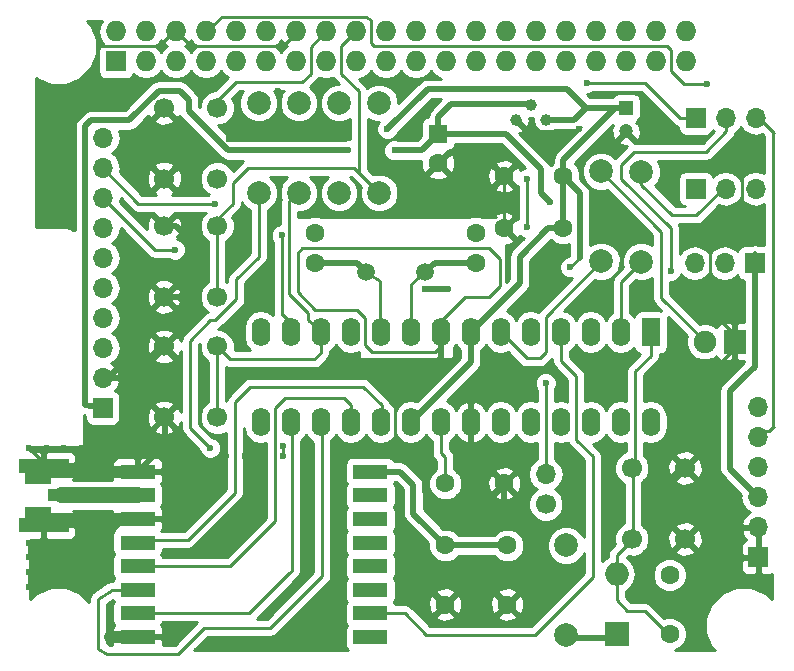
<source format=gtl>
G04 #@! TF.FileFunction,Copper,L1,Top,Signal*
%FSLAX46Y46*%
G04 Gerber Fmt 4.6, Leading zero omitted, Abs format (unit mm)*
G04 Created by KiCad (PCBNEW 4.0.6) date Thursday, 02 November 2017 'PMt' 05:38:20 PM*
%MOMM*%
%LPD*%
G01*
G04 APERTURE LIST*
%ADD10C,0.100000*%
%ADD11C,1.300000*%
%ADD12C,1.998980*%
%ADD13C,1.600000*%
%ADD14R,2.000000X2.000000*%
%ADD15O,2.000000X2.000000*%
%ADD16R,1.700000X1.700000*%
%ADD17O,1.700000X1.700000*%
%ADD18C,1.000760*%
%ADD19R,1.600000X2.400000*%
%ADD20O,1.600000X2.400000*%
%ADD21C,1.500000*%
%ADD22R,2.250000X1.000000*%
%ADD23R,2.200000X1.050000*%
%ADD24R,1.600000X1.600000*%
%ADD25R,1.200000X1.200000*%
%ADD26C,1.200000*%
%ADD27R,1.900000X2.000000*%
%ADD28C,1.900000*%
%ADD29R,1.727200X1.727200*%
%ADD30O,1.727200X1.727200*%
%ADD31R,4.200000X1.270000*%
%ADD32R,3.000000X1.200000*%
%ADD33C,1.700000*%
%ADD34C,0.600000*%
%ADD35C,0.250000*%
%ADD36C,0.500000*%
%ADD37C,1.000000*%
%ADD38C,1.370000*%
%ADD39C,0.254000*%
G04 APERTURE END LIST*
D10*
D11*
X126500000Y-112500000D03*
D12*
X141200000Y-86900000D03*
X141200000Y-79280000D03*
D13*
X167000000Y-89900000D03*
X162000000Y-89900000D03*
X157000000Y-111500000D03*
X162000000Y-111500000D03*
X162250000Y-121750000D03*
X162250000Y-116750000D03*
X157000000Y-121750000D03*
X157000000Y-116750000D03*
D14*
X171500000Y-124250000D03*
D15*
X171500000Y-119170000D03*
D16*
X183500000Y-117750000D03*
D17*
X183500000Y-115210000D03*
X183500000Y-112670000D03*
X183500000Y-110130000D03*
X183500000Y-107590000D03*
X183500000Y-105050000D03*
D12*
X148000000Y-86900000D03*
X148000000Y-79280000D03*
X151400000Y-86900000D03*
X151400000Y-79280000D03*
X167250000Y-116750000D03*
X167250000Y-124370000D03*
X170200000Y-92700000D03*
X170200000Y-85080000D03*
X144600000Y-86900000D03*
X144600000Y-79280000D03*
X173600000Y-85100000D03*
X173600000Y-92720000D03*
D18*
X164270000Y-79430000D03*
X165540000Y-80700000D03*
X163000000Y-80700000D03*
D19*
X174400000Y-98700000D03*
D20*
X141380000Y-106320000D03*
X171860000Y-98700000D03*
X143920000Y-106320000D03*
X169320000Y-98700000D03*
X146460000Y-106320000D03*
X166780000Y-98700000D03*
X149000000Y-106320000D03*
X164240000Y-98700000D03*
X151540000Y-106320000D03*
X161700000Y-98700000D03*
X154080000Y-106320000D03*
X159160000Y-98700000D03*
X156620000Y-106320000D03*
X156620000Y-98700000D03*
X159160000Y-106320000D03*
X154080000Y-98700000D03*
X161700000Y-106320000D03*
X151540000Y-98700000D03*
X164240000Y-106320000D03*
X149000000Y-98700000D03*
X166780000Y-106320000D03*
X146460000Y-98700000D03*
X169320000Y-106320000D03*
X143920000Y-98700000D03*
X171860000Y-106320000D03*
X141380000Y-98700000D03*
X174400000Y-106320000D03*
D21*
X155300000Y-93600000D03*
X150300000Y-93600000D03*
D13*
X167000000Y-85500000D03*
X162000000Y-85500000D03*
D22*
X124500000Y-112500000D03*
D23*
X122500000Y-111025000D03*
X122500000Y-113975000D03*
D13*
X176000000Y-124250000D03*
X176000000Y-119250000D03*
D24*
X156400000Y-81900000D03*
D13*
X156400000Y-84400000D03*
D25*
X172300000Y-79700000D03*
D26*
X172300000Y-81700000D03*
D27*
X181500000Y-99500000D03*
D28*
X178960000Y-99500000D03*
D29*
X129120000Y-75770000D03*
D30*
X129120000Y-73230000D03*
X131660000Y-75770000D03*
X131660000Y-73230000D03*
X134200000Y-75770000D03*
X134200000Y-73230000D03*
X136740000Y-75770000D03*
X136740000Y-73230000D03*
X139280000Y-75770000D03*
X139280000Y-73230000D03*
X141820000Y-75770000D03*
X141820000Y-73230000D03*
X144360000Y-75770000D03*
X144360000Y-73230000D03*
X146900000Y-75770000D03*
X146900000Y-73230000D03*
X149440000Y-75770000D03*
X149440000Y-73230000D03*
X151980000Y-75770000D03*
X151980000Y-73230000D03*
X154520000Y-75770000D03*
X154520000Y-73230000D03*
X157060000Y-75770000D03*
X157060000Y-73230000D03*
X159600000Y-75770000D03*
X159600000Y-73230000D03*
X162140000Y-75770000D03*
X162140000Y-73230000D03*
X164680000Y-75770000D03*
X164680000Y-73230000D03*
X167220000Y-75770000D03*
X167220000Y-73230000D03*
X169760000Y-75770000D03*
X169760000Y-73230000D03*
X172300000Y-75770000D03*
X172300000Y-73230000D03*
X174840000Y-75770000D03*
X174840000Y-73230000D03*
X177380000Y-75770000D03*
X177380000Y-73230000D03*
D16*
X183200000Y-92850000D03*
D17*
X180660000Y-92850000D03*
X178120000Y-92850000D03*
D16*
X178200000Y-80550000D03*
D17*
X180740000Y-80550000D03*
X183280000Y-80550000D03*
D16*
X178200000Y-86550000D03*
D17*
X180740000Y-86550000D03*
X183280000Y-86550000D03*
D16*
X128000000Y-105100000D03*
D17*
X128000000Y-102560000D03*
X128000000Y-100020000D03*
X128000000Y-97480000D03*
X128000000Y-94940000D03*
X128000000Y-92400000D03*
X128000000Y-89860000D03*
X128000000Y-87320000D03*
X128000000Y-84780000D03*
X128000000Y-82240000D03*
D31*
X123000000Y-110000000D03*
X123000000Y-115000000D03*
D32*
X150650000Y-124500000D03*
X150650000Y-122500000D03*
X150650000Y-120500000D03*
X150650000Y-118500000D03*
X150650000Y-116500000D03*
X150650000Y-114500000D03*
X150650000Y-112500000D03*
X150650000Y-110500000D03*
X130950000Y-110500000D03*
X130950000Y-112500000D03*
X130950000Y-114500000D03*
X130950000Y-116500000D03*
X130950000Y-118500000D03*
X130950000Y-120500000D03*
X130950000Y-122500000D03*
X130950000Y-124500000D03*
D33*
X133200000Y-85700000D03*
X133200000Y-79700000D03*
X137700000Y-79700000D03*
X137700000Y-85700000D03*
X133200000Y-95700000D03*
X133200000Y-89700000D03*
X137700000Y-89700000D03*
X137700000Y-95700000D03*
X172800000Y-116200000D03*
X172800000Y-110200000D03*
X177300000Y-110200000D03*
X177300000Y-116200000D03*
X133200000Y-105900000D03*
X133200000Y-99900000D03*
X137700000Y-99900000D03*
X137700000Y-105900000D03*
X165500000Y-113250000D03*
D17*
X165500000Y-110710000D03*
D13*
X146000000Y-90300000D03*
X146000000Y-92800000D03*
X159600000Y-90300000D03*
X159600000Y-92800000D03*
D34*
X168300000Y-81500000D03*
X173700000Y-96600000D03*
X178600000Y-96000000D03*
X156000000Y-79200000D03*
X154900000Y-80300000D03*
X153100000Y-78400000D03*
X170900000Y-103400000D03*
X178100000Y-103400000D03*
X174300000Y-117700000D03*
X170800000Y-116500000D03*
X171200000Y-112100000D03*
X174800000Y-112100000D03*
X179400000Y-89500000D03*
X181900000Y-88700000D03*
X183400000Y-83300000D03*
X182100000Y-84200000D03*
X171900000Y-90600000D03*
X167200000Y-92000000D03*
X165000000Y-94200000D03*
X142800000Y-78300000D03*
X142800000Y-80400000D03*
X141800000Y-81400000D03*
X138700000Y-82300000D03*
X138100000Y-84100000D03*
X136100000Y-84100000D03*
X129700000Y-101300000D03*
X129800000Y-103100000D03*
X131700000Y-104600000D03*
X133300000Y-102200000D03*
X147500000Y-108600000D03*
X145400000Y-109200000D03*
X145400000Y-108300000D03*
X143300000Y-108300000D03*
X143300000Y-109200000D03*
X141600000Y-109200000D03*
X140000000Y-109200000D03*
X138400000Y-109200000D03*
X139000000Y-97750000D03*
X136000000Y-97250000D03*
X142200000Y-89000000D03*
X142200000Y-91000000D03*
X139800000Y-90800000D03*
X138800000Y-93100000D03*
X141200000Y-95500000D03*
X167250000Y-114000000D03*
X129250000Y-79500000D03*
X160000000Y-113500000D03*
X157250000Y-95000000D03*
X155250000Y-95000000D03*
X126500000Y-77500000D03*
X124750000Y-79250000D03*
X124750000Y-80750000D03*
X124750000Y-81750000D03*
X124750000Y-83000000D03*
X124750000Y-84250000D03*
X124750000Y-85500000D03*
X124750000Y-86750000D03*
X124750000Y-88000000D03*
X124750000Y-89250000D03*
X123250000Y-89250000D03*
X123250000Y-88000000D03*
X123250000Y-86750000D03*
X123250000Y-85500000D03*
X123250000Y-84250000D03*
X123250000Y-83000000D03*
X123250000Y-81750000D03*
X123250000Y-80500000D03*
X123250000Y-79250000D03*
X123250000Y-78000000D03*
X125250000Y-78000000D03*
X126250000Y-79000000D03*
X127750000Y-78000000D03*
X121750000Y-108500000D03*
X123250000Y-108500000D03*
X124750000Y-108500000D03*
X126250000Y-108500000D03*
X127750000Y-108500000D03*
X129250000Y-108500000D03*
X130750000Y-108500000D03*
X130000000Y-107500000D03*
X128500000Y-107500000D03*
X127000000Y-107500000D03*
X126000000Y-116000000D03*
X125500000Y-117250000D03*
X125500000Y-118500000D03*
X125500000Y-119750000D03*
X124250000Y-119000000D03*
X124250000Y-117750000D03*
X124250000Y-116500000D03*
X123000000Y-117250000D03*
X123000000Y-118500000D03*
X123000000Y-119750000D03*
X121750000Y-120250000D03*
X121750000Y-119000000D03*
X121750000Y-117750000D03*
X121750000Y-116500000D03*
X127100000Y-116800000D03*
X128250000Y-118000000D03*
X128250000Y-119750000D03*
X128100000Y-115800000D03*
X128600000Y-124500000D03*
X127100000Y-110500000D03*
X127100000Y-114500000D03*
X152100000Y-81500000D03*
X167600000Y-93200000D03*
X176100000Y-93500000D03*
X134100000Y-91700000D03*
X137100000Y-108500000D03*
X152700000Y-83300000D03*
X148800000Y-83300000D03*
X165900000Y-87700000D03*
X179200000Y-77700000D03*
X169000000Y-77600000D03*
X143150000Y-90500000D03*
X137500000Y-87800000D03*
X163900000Y-85700000D03*
X163900000Y-89800000D03*
X165500000Y-103000000D03*
D35*
X146300000Y-96800000D02*
X146000000Y-96800000D01*
X160700000Y-95700000D02*
X161600000Y-94800000D01*
X158700000Y-95700000D02*
X160700000Y-95700000D01*
X146300000Y-96800000D02*
X149500000Y-96800000D01*
X149500000Y-96800000D02*
X150200000Y-97500000D01*
X150200000Y-97500000D02*
X150200000Y-99800000D01*
X150200000Y-99800000D02*
X150800000Y-100400000D01*
X150800000Y-100400000D02*
X156100000Y-100400000D01*
X156620000Y-99880000D02*
X156100000Y-100400000D01*
X158700000Y-95700000D02*
X156620000Y-97780000D01*
X161600000Y-92500000D02*
X161600000Y-94800000D01*
X160700000Y-91600000D02*
X161600000Y-92500000D01*
X144900000Y-91600000D02*
X160700000Y-91600000D01*
X144500000Y-92000000D02*
X144900000Y-91600000D01*
X144500000Y-95300000D02*
X144500000Y-92000000D01*
X146000000Y-96800000D02*
X144500000Y-95300000D01*
X168300000Y-81500000D02*
X168100000Y-81700000D01*
X168100000Y-81700000D02*
X164000000Y-81700000D01*
X164000000Y-81700000D02*
X163000000Y-80700000D01*
X162000000Y-89900000D02*
X162000000Y-85500000D01*
X181500000Y-99500000D02*
X181500000Y-98900000D01*
X181500000Y-98900000D02*
X178600000Y-96000000D01*
X156000000Y-79200000D02*
X154900000Y-80300000D01*
X181500000Y-99500000D02*
X181500000Y-100000000D01*
X181500000Y-100000000D02*
X178100000Y-103400000D01*
X177300000Y-110200000D02*
X176700000Y-110200000D01*
X176700000Y-110200000D02*
X174800000Y-112100000D01*
X170800000Y-112500000D02*
X170800000Y-116500000D01*
X171200000Y-112100000D02*
X170800000Y-112500000D01*
X181900000Y-88700000D02*
X181900000Y-87600000D01*
X181500000Y-96100000D02*
X179400000Y-94000000D01*
X179400000Y-94000000D02*
X179400000Y-89500000D01*
X181500000Y-99500000D02*
X181500000Y-96100000D01*
X182100000Y-87400000D02*
X182100000Y-84200000D01*
X181900000Y-87600000D02*
X182100000Y-87400000D01*
X165000000Y-94200000D02*
X167200000Y-92000000D01*
X142800000Y-80400000D02*
X142800000Y-78300000D01*
X139600000Y-81400000D02*
X141800000Y-81400000D01*
X138700000Y-82300000D02*
X139600000Y-81400000D01*
X136100000Y-84100000D02*
X138100000Y-84100000D01*
D36*
X128000000Y-102560000D02*
X128440000Y-102560000D01*
X128440000Y-102560000D02*
X129700000Y-101300000D01*
X129800000Y-103100000D02*
X133000000Y-99900000D01*
X133000000Y-99900000D02*
X133200000Y-99900000D01*
X131700000Y-104600000D02*
X133300000Y-103000000D01*
X133300000Y-103000000D02*
X133300000Y-102200000D01*
D35*
X130950000Y-110500000D02*
X137100000Y-110500000D01*
X145400000Y-108300000D02*
X145400000Y-109200000D01*
X143300000Y-109200000D02*
X143300000Y-108300000D01*
X140000000Y-109200000D02*
X141600000Y-109200000D01*
X137100000Y-110500000D02*
X138400000Y-109200000D01*
D36*
X139000000Y-97750000D02*
X139000000Y-97700000D01*
X136000000Y-97250000D02*
X134450000Y-95700000D01*
X133300000Y-95700000D02*
X134450000Y-95700000D01*
X142200000Y-91000000D02*
X142200000Y-89000000D01*
X139800000Y-92100000D02*
X139800000Y-90800000D01*
X138800000Y-93100000D02*
X139800000Y-92100000D01*
X139000000Y-97700000D02*
X141200000Y-95500000D01*
X162000000Y-113000000D02*
X164000000Y-115000000D01*
X164000000Y-115000000D02*
X166250000Y-115000000D01*
X166250000Y-115000000D02*
X167250000Y-114000000D01*
X162000000Y-111500000D02*
X162000000Y-113000000D01*
X128750000Y-79000000D02*
X126250000Y-79000000D01*
X129250000Y-79500000D02*
X128750000Y-79000000D01*
X133300000Y-89700000D02*
X134200000Y-89700000D01*
X134550000Y-95700000D02*
X133300000Y-95700000D01*
X135750000Y-94500000D02*
X134550000Y-95700000D01*
X135750000Y-91250000D02*
X135750000Y-94500000D01*
X134200000Y-89700000D02*
X135750000Y-91250000D01*
X156620000Y-98700000D02*
X156620000Y-100880000D01*
X156500000Y-113500000D02*
X160000000Y-113500000D01*
X155250000Y-112250000D02*
X156500000Y-113500000D01*
X155250000Y-111250000D02*
X155250000Y-112250000D01*
X153250000Y-109250000D02*
X155250000Y-111250000D01*
X153250000Y-108500000D02*
X153250000Y-109250000D01*
D35*
X152750000Y-108000000D02*
X153250000Y-108500000D01*
X152750000Y-104750000D02*
X152750000Y-108000000D01*
D36*
X156620000Y-100880000D02*
X152750000Y-104750000D01*
X130950000Y-110500000D02*
X131000000Y-110500000D01*
X131000000Y-110500000D02*
X133300000Y-108200000D01*
X133300000Y-108200000D02*
X133300000Y-105900000D01*
X159160000Y-106320000D02*
X159160000Y-108660000D01*
X159160000Y-108660000D02*
X162000000Y-111500000D01*
X155250000Y-95000000D02*
X157250000Y-95000000D01*
D35*
X144360000Y-73230000D02*
X144360000Y-73390000D01*
X144360000Y-73390000D02*
X143250000Y-74500000D01*
X143250000Y-74500000D02*
X135470000Y-74500000D01*
X135470000Y-74500000D02*
X134200000Y-73230000D01*
D36*
X126500000Y-77500000D02*
X127250000Y-77500000D01*
D35*
X127500000Y-76500000D02*
X126500000Y-77500000D01*
X127500000Y-74750000D02*
X127500000Y-76500000D01*
X127750000Y-74500000D02*
X127500000Y-74750000D01*
X132750000Y-74500000D02*
X127750000Y-74500000D01*
X134020000Y-73230000D02*
X132750000Y-74500000D01*
D36*
X124750000Y-81750000D02*
X124750000Y-80750000D01*
X124750000Y-84250000D02*
X124750000Y-83000000D01*
X124750000Y-86750000D02*
X124750000Y-85500000D01*
X124750000Y-89250000D02*
X124750000Y-88000000D01*
X123250000Y-88000000D02*
X123250000Y-89250000D01*
X123250000Y-85500000D02*
X123250000Y-86750000D01*
X123250000Y-83000000D02*
X123250000Y-84250000D01*
X123250000Y-80500000D02*
X123250000Y-81750000D01*
X123250000Y-78000000D02*
X123250000Y-79250000D01*
X126250000Y-79000000D02*
X125250000Y-78000000D01*
X127250000Y-77500000D02*
X127750000Y-78000000D01*
D35*
X134200000Y-73230000D02*
X134020000Y-73230000D01*
X123000000Y-110000000D02*
X123000000Y-109750000D01*
X123000000Y-109750000D02*
X121750000Y-108500000D01*
X123250000Y-108500000D02*
X124750000Y-108500000D01*
X126250000Y-108500000D02*
X127750000Y-108500000D01*
X129250000Y-108500000D02*
X130750000Y-108500000D01*
X130000000Y-107500000D02*
X128500000Y-107500000D01*
X126000000Y-116750000D02*
X126000000Y-116000000D01*
X125500000Y-117250000D02*
X126000000Y-116750000D01*
X125500000Y-119750000D02*
X125500000Y-118500000D01*
X124250000Y-117750000D02*
X124250000Y-119000000D01*
X123750000Y-116500000D02*
X124250000Y-116500000D01*
X123000000Y-117250000D02*
X123750000Y-116500000D01*
X123000000Y-119750000D02*
X123000000Y-118500000D01*
X121750000Y-119000000D02*
X121750000Y-120250000D01*
X121750000Y-116500000D02*
X121750000Y-117750000D01*
X127100000Y-116800000D02*
X128250000Y-117950000D01*
X128250000Y-117950000D02*
X128250000Y-118000000D01*
X156620000Y-98700000D02*
X156620000Y-97780000D01*
X156620000Y-99880000D02*
X156620000Y-98700000D01*
X156620000Y-98700000D02*
X156620000Y-98880000D01*
D37*
X130950000Y-124500000D02*
X128600000Y-124500000D01*
X129400000Y-114500000D02*
X130950000Y-114500000D01*
X128100000Y-115800000D02*
X129400000Y-114500000D01*
X122500000Y-111025000D02*
X123025000Y-110500000D01*
X123025000Y-110500000D02*
X127100000Y-110500000D01*
X127100000Y-110500000D02*
X130950000Y-110500000D01*
X122500000Y-113975000D02*
X123025000Y-114500000D01*
X123025000Y-114500000D02*
X127100000Y-114500000D01*
X127100000Y-114500000D02*
X130950000Y-114500000D01*
D36*
X165540000Y-80700000D02*
X167900000Y-80700000D01*
X167900000Y-80700000D02*
X168900000Y-79700000D01*
X172300000Y-79700000D02*
X171400000Y-79700000D01*
X167000000Y-84100000D02*
X167000000Y-85500000D01*
X171400000Y-79700000D02*
X167000000Y-84100000D01*
X155500000Y-78100000D02*
X167300000Y-78100000D01*
X152100000Y-81500000D02*
X155500000Y-78100000D01*
X168900000Y-79700000D02*
X172300000Y-79700000D01*
X167300000Y-78100000D02*
X168900000Y-79700000D01*
D35*
X168400000Y-92400000D02*
X167600000Y-93200000D01*
D36*
X168400000Y-91800000D02*
X168400000Y-92400000D01*
X168400000Y-86900000D02*
X168400000Y-91800000D01*
X167000000Y-85500000D02*
X168400000Y-86900000D01*
X154080000Y-106320000D02*
X159160000Y-101240000D01*
X159160000Y-101240000D02*
X159160000Y-98700000D01*
X167200000Y-124620000D02*
X167220000Y-124600000D01*
X167220000Y-124600000D02*
X171500000Y-124600000D01*
X159160000Y-98700000D02*
X163300000Y-94560000D01*
X165700000Y-89900000D02*
X167000000Y-89900000D01*
X163300000Y-92300000D02*
X165700000Y-89900000D01*
X163300000Y-94560000D02*
X163300000Y-92300000D01*
X167000000Y-89900000D02*
X167000000Y-85500000D01*
X157000000Y-116750000D02*
X162250000Y-116750000D01*
X150650000Y-110500000D02*
X153200000Y-110500000D01*
X154300000Y-114050000D02*
X157000000Y-116750000D01*
X154300000Y-111600000D02*
X154300000Y-114050000D01*
X153200000Y-110500000D02*
X154300000Y-111600000D01*
D35*
X172900000Y-116200000D02*
X171500000Y-117600000D01*
X171500000Y-117600000D02*
X171500000Y-119520000D01*
X176200000Y-124600000D02*
X173900000Y-122300000D01*
X173900000Y-122300000D02*
X172500000Y-122300000D01*
X172500000Y-122300000D02*
X172400000Y-122300000D01*
X172400000Y-122300000D02*
X171500000Y-121400000D01*
X171500000Y-121400000D02*
X171500000Y-119520000D01*
X172900000Y-116200000D02*
X172900000Y-110200000D01*
X172900000Y-110200000D02*
X173100000Y-110000000D01*
X173100000Y-110000000D02*
X173100000Y-102000000D01*
X173100000Y-102000000D02*
X174400000Y-100700000D01*
X174400000Y-100700000D02*
X174400000Y-98700000D01*
D36*
X159600000Y-92800000D02*
X156100000Y-92800000D01*
X156100000Y-92800000D02*
X155300000Y-93600000D01*
D35*
X154080000Y-98700000D02*
X154100000Y-98680000D01*
X154100000Y-98680000D02*
X154100000Y-94600000D01*
X154100000Y-94600000D02*
X155300000Y-93600000D01*
D36*
X183500000Y-112670000D02*
X181100000Y-110270000D01*
X183200000Y-101600000D02*
X183200000Y-92100000D01*
X182500000Y-102300000D02*
X183200000Y-101600000D01*
X182200000Y-102550000D02*
X182500000Y-102300000D01*
X181100000Y-103650000D02*
X182200000Y-102550000D01*
X181100000Y-110270000D02*
X181100000Y-103650000D01*
D35*
X179000000Y-83400000D02*
X179100000Y-83400000D01*
X179100000Y-83400000D02*
X180800000Y-81700000D01*
X180800000Y-81700000D02*
X180800000Y-80360000D01*
X173000000Y-83400000D02*
X179000000Y-83400000D01*
X171900000Y-84500000D02*
X173000000Y-83400000D01*
X171900000Y-85700000D02*
X171900000Y-84500000D01*
X176100000Y-89900000D02*
X171900000Y-85700000D01*
X176100000Y-93500000D02*
X176100000Y-89900000D01*
X180800000Y-80360000D02*
X180740000Y-80300000D01*
X132380000Y-91700000D02*
X128000000Y-87320000D01*
X134100000Y-91700000D02*
X132380000Y-91700000D01*
X171860000Y-98700000D02*
X171900000Y-98660000D01*
X171900000Y-98660000D02*
X171900000Y-94420000D01*
X171900000Y-94420000D02*
X173600000Y-92720000D01*
X141200000Y-86900000D02*
X141200000Y-92300000D01*
X137100000Y-108500000D02*
X135400000Y-106800000D01*
X135400000Y-106800000D02*
X135400000Y-99400000D01*
X135400000Y-99400000D02*
X137100000Y-97700000D01*
X137100000Y-97700000D02*
X137500000Y-97700000D01*
X137500000Y-97700000D02*
X138700000Y-96500000D01*
X139300000Y-95900000D02*
X138700000Y-96500000D01*
X139300000Y-94200000D02*
X139300000Y-95900000D01*
X141200000Y-92300000D02*
X139300000Y-94200000D01*
X130950000Y-122500000D02*
X139800000Y-122500000D01*
X144000000Y-118900000D02*
X144000000Y-106400000D01*
X143800000Y-119100000D02*
X144000000Y-118900000D01*
X140400000Y-122500000D02*
X143800000Y-119100000D01*
X140000000Y-122500000D02*
X140400000Y-122500000D01*
X139800000Y-122500000D02*
X140000000Y-122500000D01*
X144000000Y-106400000D02*
X143920000Y-106320000D01*
X130950000Y-120500000D02*
X129000000Y-120500000D01*
X146600000Y-119300000D02*
X146600000Y-106460000D01*
X142200000Y-123700000D02*
X146600000Y-119300000D01*
X142000000Y-123700000D02*
X142200000Y-123700000D01*
X141800000Y-123700000D02*
X142000000Y-123700000D01*
X136600000Y-123700000D02*
X141800000Y-123700000D01*
X134400000Y-125900000D02*
X136600000Y-123700000D01*
X128400000Y-125900000D02*
X134400000Y-125900000D01*
X127600000Y-125500000D02*
X128400000Y-125900000D01*
X127600000Y-121300000D02*
X127600000Y-125500000D01*
X128800000Y-120500000D02*
X127600000Y-121300000D01*
X129000000Y-120500000D02*
X128800000Y-120500000D01*
X146600000Y-106460000D02*
X146460000Y-106320000D01*
X150650000Y-122500000D02*
X153600000Y-122500000D01*
X166800000Y-101100000D02*
X166800000Y-98720000D01*
X168100000Y-102400000D02*
X166800000Y-101100000D01*
X168100000Y-107800000D02*
X168100000Y-102400000D01*
X169500000Y-109200000D02*
X168100000Y-107800000D01*
X169500000Y-119400000D02*
X169500000Y-109200000D01*
X164600000Y-124300000D02*
X169500000Y-119400000D01*
X155400000Y-124300000D02*
X164600000Y-124300000D01*
X153600000Y-122500000D02*
X155400000Y-124300000D01*
X166800000Y-98720000D02*
X166780000Y-98700000D01*
X130950000Y-118500000D02*
X138000000Y-118500000D01*
X149000000Y-104900000D02*
X149000000Y-106320000D01*
X148400000Y-104300000D02*
X149000000Y-104900000D01*
X143400000Y-104300000D02*
X148400000Y-104300000D01*
X142600000Y-105100000D02*
X143400000Y-104300000D01*
X142600000Y-114700000D02*
X142600000Y-105100000D01*
X138800000Y-118500000D02*
X142600000Y-114700000D01*
X138000000Y-118500000D02*
X138800000Y-118500000D01*
X130950000Y-116500000D02*
X131150000Y-116300000D01*
X131150000Y-116300000D02*
X135200000Y-116300000D01*
X135200000Y-116300000D02*
X139200000Y-112300000D01*
X139200000Y-112300000D02*
X139200000Y-104600000D01*
X139200000Y-104600000D02*
X140500000Y-103300000D01*
X140500000Y-103300000D02*
X150000000Y-103300000D01*
X150000000Y-103300000D02*
X151600000Y-104900000D01*
X151600000Y-104900000D02*
X151600000Y-106260000D01*
X151600000Y-106260000D02*
X151540000Y-106320000D01*
D38*
X130950000Y-112500000D02*
X126500000Y-112500000D01*
X126500000Y-112500000D02*
X124500000Y-112500000D01*
D36*
X155000000Y-83300000D02*
X156400000Y-81900000D01*
X156400000Y-80500000D02*
X156400000Y-81900000D01*
X135300000Y-79250000D02*
X135300000Y-79050000D01*
X126500000Y-104850000D02*
X126500000Y-81650000D01*
X126500000Y-104850000D02*
X128000000Y-105100000D01*
X126500000Y-81250000D02*
X126500000Y-81650000D01*
X127000000Y-80750000D02*
X126500000Y-81250000D01*
X130250000Y-80750000D02*
X127000000Y-80750000D01*
X132750000Y-78250000D02*
X130250000Y-80750000D01*
X134500000Y-78250000D02*
X132750000Y-78250000D01*
X135300000Y-79050000D02*
X134500000Y-78250000D01*
X152700000Y-83300000D02*
X155000000Y-83300000D01*
X138600000Y-83300000D02*
X148800000Y-83300000D01*
X135300000Y-80000000D02*
X138600000Y-83300000D01*
X135300000Y-79200000D02*
X135300000Y-79250000D01*
X135300000Y-79250000D02*
X135300000Y-80000000D01*
X156400000Y-81900000D02*
X161600000Y-81900000D01*
X165100000Y-86900000D02*
X165900000Y-87700000D01*
X165100000Y-84900000D02*
X165100000Y-86900000D01*
X162100000Y-81900000D02*
X165100000Y-84900000D01*
X161600000Y-81900000D02*
X162100000Y-81900000D01*
X164270000Y-79430000D02*
X164240000Y-79400000D01*
X164240000Y-79400000D02*
X158300000Y-79400000D01*
X158300000Y-79400000D02*
X157500000Y-79400000D01*
X157500000Y-79400000D02*
X156400000Y-80500000D01*
D35*
X157000000Y-111500000D02*
X157000000Y-109500000D01*
X156600000Y-108900000D02*
X156600000Y-106340000D01*
X157000000Y-109300000D02*
X156600000Y-108900000D01*
X157000000Y-109500000D02*
X157000000Y-109300000D01*
X156600000Y-106340000D02*
X156620000Y-106320000D01*
D36*
X146000000Y-92800000D02*
X149500000Y-92800000D01*
X149500000Y-92800000D02*
X150300000Y-93600000D01*
D35*
X151540000Y-98700000D02*
X151500000Y-98660000D01*
X151500000Y-98660000D02*
X151500000Y-94400000D01*
X151500000Y-94400000D02*
X150300000Y-93600000D01*
X170200000Y-85080000D02*
X175300000Y-90180000D01*
X175300000Y-95800000D02*
X178800000Y-99300000D01*
X175300000Y-95600000D02*
X175300000Y-95800000D01*
X175300000Y-95300000D02*
X175300000Y-95600000D01*
X175300000Y-90180000D02*
X175300000Y-95300000D01*
X179200000Y-77700000D02*
X177200000Y-77700000D01*
X177200000Y-77700000D02*
X176100000Y-76600000D01*
X176100000Y-76600000D02*
X176100000Y-74800000D01*
X176100000Y-74800000D02*
X175800000Y-74500000D01*
X175800000Y-74500000D02*
X151000000Y-74500000D01*
X151000000Y-74500000D02*
X150700000Y-74200000D01*
X150700000Y-74200000D02*
X150700000Y-72300000D01*
X150700000Y-72300000D02*
X150300000Y-72000000D01*
X150300000Y-72000000D02*
X138070000Y-72000000D01*
X136740000Y-73230000D02*
X138070000Y-72000000D01*
X178200000Y-80550000D02*
X176850000Y-80550000D01*
X173900000Y-77600000D02*
X169000000Y-77600000D01*
X176850000Y-80550000D02*
X173900000Y-77600000D01*
X146900000Y-73230000D02*
X145600000Y-74530000D01*
X139300000Y-77500000D02*
X137100000Y-79700000D01*
X144900000Y-77500000D02*
X139300000Y-77500000D01*
X145600000Y-76800000D02*
X144900000Y-77500000D01*
X145600000Y-74530000D02*
X145600000Y-76800000D01*
X137700000Y-89700000D02*
X137700000Y-89100000D01*
X137700000Y-89100000D02*
X139000000Y-87800000D01*
X139000000Y-87800000D02*
X139000000Y-86200000D01*
X139000000Y-86200000D02*
X139000000Y-86100000D01*
X139000000Y-86100000D02*
X140300000Y-84800000D01*
X140300000Y-84800000D02*
X149300000Y-84800000D01*
X149300000Y-84800000D02*
X149700000Y-85200000D01*
X137700000Y-95700000D02*
X137700000Y-89700000D01*
X149440000Y-73230000D02*
X148200000Y-74470000D01*
X149700000Y-85200000D02*
X151400000Y-86900000D01*
X149700000Y-78300000D02*
X149700000Y-85200000D01*
X148200000Y-76800000D02*
X149700000Y-78300000D01*
X148200000Y-76700000D02*
X148200000Y-76800000D01*
X148200000Y-74470000D02*
X148200000Y-76700000D01*
X184750000Y-106750000D02*
X184750000Y-81770000D01*
X184750000Y-81770000D02*
X183280000Y-80300000D01*
X183280000Y-80300000D02*
X184800000Y-81820000D01*
X184400000Y-107100000D02*
X183990000Y-107100000D01*
X184800000Y-106700000D02*
X184750000Y-106750000D01*
X184750000Y-106750000D02*
X184400000Y-107100000D01*
X183990000Y-107100000D02*
X183500000Y-107590000D01*
X178240000Y-88800000D02*
X176300000Y-88800000D01*
X180740000Y-86300000D02*
X178240000Y-88800000D01*
X180740000Y-86300000D02*
X178240000Y-88800000D01*
X178240000Y-88800000D02*
X176300000Y-88800000D01*
X178240000Y-88800000D02*
X176300000Y-88800000D01*
X180740000Y-86300000D02*
X178240000Y-88800000D01*
X180740000Y-86300000D02*
X178240000Y-88800000D01*
X173600000Y-86200000D02*
X173600000Y-85100000D01*
X176200000Y-88800000D02*
X173600000Y-86200000D01*
X176300000Y-88800000D02*
X176200000Y-88800000D01*
X178240000Y-88800000D02*
X176300000Y-88800000D01*
X143920000Y-98700000D02*
X143920000Y-97950000D01*
X143920000Y-97950000D02*
X143150000Y-97180000D01*
X128000000Y-84780000D02*
X131020000Y-87800000D01*
X143150000Y-90500000D02*
X143150000Y-97180000D01*
X131020000Y-87800000D02*
X137500000Y-87800000D01*
X143150000Y-97180000D02*
X143170000Y-97200000D01*
X161700000Y-98700000D02*
X163900000Y-100900000D01*
X165500000Y-97400000D02*
X170200000Y-92700000D01*
X165500000Y-100400000D02*
X165500000Y-97400000D01*
X165000000Y-100900000D02*
X165500000Y-100400000D01*
X164500000Y-100900000D02*
X165000000Y-100900000D01*
X163900000Y-100900000D02*
X164500000Y-100900000D01*
X137700000Y-105900000D02*
X137700000Y-99900000D01*
X137700000Y-99900000D02*
X138800000Y-101000000D01*
X138800000Y-101000000D02*
X145900000Y-101000000D01*
X145900000Y-101000000D02*
X146460000Y-100440000D01*
X146460000Y-100440000D02*
X146460000Y-98700000D01*
X144600000Y-86900000D02*
X144500000Y-86900000D01*
X144500000Y-86900000D02*
X143800000Y-87600000D01*
X145400000Y-97640000D02*
X146460000Y-98700000D01*
X145400000Y-97100000D02*
X145400000Y-97640000D01*
X143800000Y-95500000D02*
X145400000Y-97100000D01*
X143800000Y-87600000D02*
X143800000Y-95500000D01*
X144600000Y-86900000D02*
X144600000Y-87150000D01*
X146500000Y-98740000D02*
X146460000Y-98700000D01*
X163900000Y-85700000D02*
X163900000Y-89800000D01*
X165500000Y-103000000D02*
X165500000Y-107900000D01*
X165500000Y-107900000D02*
X165500000Y-110710000D01*
D39*
G36*
X179609946Y-93929147D02*
X180091715Y-94251054D01*
X180660000Y-94364093D01*
X181228285Y-94251054D01*
X181710054Y-93929147D01*
X181737850Y-93887548D01*
X181746838Y-93935317D01*
X181885910Y-94151441D01*
X182098110Y-94296431D01*
X182315000Y-94340352D01*
X182315000Y-97865000D01*
X181785750Y-97865000D01*
X181627000Y-98023750D01*
X181627000Y-99373000D01*
X181647000Y-99373000D01*
X181647000Y-99627000D01*
X181627000Y-99627000D01*
X181627000Y-100976250D01*
X181785750Y-101135000D01*
X182315000Y-101135000D01*
X182315000Y-101233421D01*
X181902596Y-101645824D01*
X181633437Y-101870124D01*
X181607939Y-101901674D01*
X181574211Y-101924210D01*
X180474210Y-103024210D01*
X180282367Y-103311325D01*
X180282367Y-103311326D01*
X180214999Y-103650000D01*
X180215000Y-103650005D01*
X180215000Y-110269995D01*
X180214999Y-110270000D01*
X180259574Y-110494089D01*
X180282367Y-110608675D01*
X180369614Y-110739250D01*
X180474210Y-110895790D01*
X182029461Y-112451040D01*
X181985907Y-112670000D01*
X182098946Y-113238285D01*
X182420853Y-113720054D01*
X182761553Y-113947702D01*
X182618642Y-114014817D01*
X182228355Y-114443076D01*
X182058524Y-114853110D01*
X182179845Y-115083000D01*
X183373000Y-115083000D01*
X183373000Y-115063000D01*
X183627000Y-115063000D01*
X183627000Y-115083000D01*
X183647000Y-115083000D01*
X183647000Y-115337000D01*
X183627000Y-115337000D01*
X183627000Y-117623000D01*
X183647000Y-117623000D01*
X183647000Y-117877000D01*
X183627000Y-117877000D01*
X183627000Y-119076250D01*
X183785750Y-119235000D01*
X184476309Y-119235000D01*
X184623000Y-119174239D01*
X184623000Y-121309489D01*
X184080336Y-120765877D01*
X182894706Y-120273561D01*
X181610926Y-120272441D01*
X180424439Y-120762687D01*
X179515877Y-121669664D01*
X179023561Y-122855294D01*
X179022441Y-124139074D01*
X179512687Y-125325561D01*
X179809607Y-125623000D01*
X176434839Y-125623000D01*
X176811800Y-125467243D01*
X177215824Y-125063923D01*
X177434750Y-124536691D01*
X177435248Y-123965813D01*
X177217243Y-123438200D01*
X176813923Y-123034176D01*
X176286691Y-122815250D01*
X175715813Y-122814752D01*
X175555708Y-122880906D01*
X174437401Y-121762599D01*
X174190839Y-121597852D01*
X173900000Y-121540000D01*
X172714802Y-121540000D01*
X172260000Y-121085198D01*
X172260000Y-120622830D01*
X172656120Y-120358152D01*
X173010543Y-119827719D01*
X173068930Y-119534187D01*
X174564752Y-119534187D01*
X174782757Y-120061800D01*
X175186077Y-120465824D01*
X175713309Y-120684750D01*
X176284187Y-120685248D01*
X176811800Y-120467243D01*
X177215824Y-120063923D01*
X177434750Y-119536691D01*
X177435248Y-118965813D01*
X177217243Y-118438200D01*
X176815495Y-118035750D01*
X182015000Y-118035750D01*
X182015000Y-118726310D01*
X182111673Y-118959699D01*
X182290302Y-119138327D01*
X182523691Y-119235000D01*
X183214250Y-119235000D01*
X183373000Y-119076250D01*
X183373000Y-117877000D01*
X182173750Y-117877000D01*
X182015000Y-118035750D01*
X176815495Y-118035750D01*
X176813923Y-118034176D01*
X176286691Y-117815250D01*
X175715813Y-117814752D01*
X175188200Y-118032757D01*
X174784176Y-118436077D01*
X174565250Y-118963309D01*
X174564752Y-119534187D01*
X173068930Y-119534187D01*
X173135000Y-119202032D01*
X173135000Y-119137968D01*
X173010543Y-118512281D01*
X172656120Y-117981848D01*
X172378472Y-117796330D01*
X172493950Y-117680852D01*
X172503319Y-117684742D01*
X173094089Y-117685257D01*
X173640086Y-117459656D01*
X173856160Y-117243958D01*
X176435647Y-117243958D01*
X176515920Y-117495259D01*
X177071279Y-117696718D01*
X177661458Y-117670315D01*
X178084080Y-117495259D01*
X178164353Y-117243958D01*
X177300000Y-116379605D01*
X176435647Y-117243958D01*
X173856160Y-117243958D01*
X174058188Y-117042283D01*
X174284742Y-116496681D01*
X174285200Y-115971279D01*
X175803282Y-115971279D01*
X175829685Y-116561458D01*
X176004741Y-116984080D01*
X176256042Y-117064353D01*
X177120395Y-116200000D01*
X177479605Y-116200000D01*
X178343958Y-117064353D01*
X178595259Y-116984080D01*
X178671578Y-116773690D01*
X182015000Y-116773690D01*
X182015000Y-117464250D01*
X182173750Y-117623000D01*
X183373000Y-117623000D01*
X183373000Y-115337000D01*
X182179845Y-115337000D01*
X182058524Y-115566890D01*
X182228355Y-115976924D01*
X182499878Y-116274864D01*
X182290302Y-116361673D01*
X182111673Y-116540301D01*
X182015000Y-116773690D01*
X178671578Y-116773690D01*
X178796718Y-116428721D01*
X178770315Y-115838542D01*
X178595259Y-115415920D01*
X178343958Y-115335647D01*
X177479605Y-116200000D01*
X177120395Y-116200000D01*
X176256042Y-115335647D01*
X176004741Y-115415920D01*
X175803282Y-115971279D01*
X174285200Y-115971279D01*
X174285257Y-115905911D01*
X174059656Y-115359914D01*
X173856140Y-115156042D01*
X176435647Y-115156042D01*
X177300000Y-116020395D01*
X178164353Y-115156042D01*
X178084080Y-114904741D01*
X177528721Y-114703282D01*
X176938542Y-114729685D01*
X176515920Y-114904741D01*
X176435647Y-115156042D01*
X173856140Y-115156042D01*
X173660000Y-114959560D01*
X173660000Y-111439777D01*
X173856160Y-111243958D01*
X176435647Y-111243958D01*
X176515920Y-111495259D01*
X177071279Y-111696718D01*
X177661458Y-111670315D01*
X178084080Y-111495259D01*
X178164353Y-111243958D01*
X177300000Y-110379605D01*
X176435647Y-111243958D01*
X173856160Y-111243958D01*
X174058188Y-111042283D01*
X174284742Y-110496681D01*
X174285200Y-109971279D01*
X175803282Y-109971279D01*
X175829685Y-110561458D01*
X176004741Y-110984080D01*
X176256042Y-111064353D01*
X177120395Y-110200000D01*
X177479605Y-110200000D01*
X178343958Y-111064353D01*
X178595259Y-110984080D01*
X178796718Y-110428721D01*
X178770315Y-109838542D01*
X178595259Y-109415920D01*
X178343958Y-109335647D01*
X177479605Y-110200000D01*
X177120395Y-110200000D01*
X176256042Y-109335647D01*
X176004741Y-109415920D01*
X175803282Y-109971279D01*
X174285200Y-109971279D01*
X174285257Y-109905911D01*
X174059656Y-109359914D01*
X173860000Y-109159909D01*
X173860000Y-109156042D01*
X176435647Y-109156042D01*
X177300000Y-110020395D01*
X178164353Y-109156042D01*
X178084080Y-108904741D01*
X177528721Y-108703282D01*
X176938542Y-108729685D01*
X176515920Y-108904741D01*
X176435647Y-109156042D01*
X173860000Y-109156042D01*
X173860000Y-108083537D01*
X174400000Y-108190950D01*
X174949151Y-108081717D01*
X175414698Y-107770648D01*
X175725767Y-107305101D01*
X175835000Y-106755950D01*
X175835000Y-105884050D01*
X175725767Y-105334899D01*
X175414698Y-104869352D01*
X174949151Y-104558283D01*
X174400000Y-104449050D01*
X173860000Y-104556463D01*
X173860000Y-102314802D01*
X174937401Y-101237401D01*
X175102148Y-100990839D01*
X175160000Y-100700000D01*
X175160000Y-100547440D01*
X175200000Y-100547440D01*
X175435317Y-100503162D01*
X175651441Y-100364090D01*
X175796431Y-100151890D01*
X175847440Y-99900000D01*
X175847440Y-97500000D01*
X175829418Y-97404220D01*
X177443716Y-99018518D01*
X177375276Y-99183341D01*
X177374725Y-99813893D01*
X177615519Y-100396657D01*
X178060997Y-100842914D01*
X178643341Y-101084724D01*
X179273893Y-101085275D01*
X179856657Y-100844481D01*
X179961867Y-100739455D01*
X180011673Y-100859698D01*
X180190301Y-101038327D01*
X180423690Y-101135000D01*
X181214250Y-101135000D01*
X181373000Y-100976250D01*
X181373000Y-99627000D01*
X181353000Y-99627000D01*
X181353000Y-99373000D01*
X181373000Y-99373000D01*
X181373000Y-98023750D01*
X181214250Y-97865000D01*
X180423690Y-97865000D01*
X180190301Y-97961673D01*
X180011673Y-98140302D01*
X179961988Y-98260251D01*
X179859003Y-98157086D01*
X179276659Y-97915276D01*
X178646107Y-97914725D01*
X178535308Y-97960506D01*
X176060000Y-95485198D01*
X176060000Y-94434966D01*
X176285167Y-94435162D01*
X176628943Y-94293117D01*
X176892192Y-94030327D01*
X176986231Y-93803858D01*
X177069946Y-93929147D01*
X177551715Y-94251054D01*
X178120000Y-94364093D01*
X178688285Y-94251054D01*
X179170054Y-93929147D01*
X179390000Y-93599974D01*
X179609946Y-93929147D01*
X179609946Y-93929147D01*
G37*
X179609946Y-93929147D02*
X180091715Y-94251054D01*
X180660000Y-94364093D01*
X181228285Y-94251054D01*
X181710054Y-93929147D01*
X181737850Y-93887548D01*
X181746838Y-93935317D01*
X181885910Y-94151441D01*
X182098110Y-94296431D01*
X182315000Y-94340352D01*
X182315000Y-97865000D01*
X181785750Y-97865000D01*
X181627000Y-98023750D01*
X181627000Y-99373000D01*
X181647000Y-99373000D01*
X181647000Y-99627000D01*
X181627000Y-99627000D01*
X181627000Y-100976250D01*
X181785750Y-101135000D01*
X182315000Y-101135000D01*
X182315000Y-101233421D01*
X181902596Y-101645824D01*
X181633437Y-101870124D01*
X181607939Y-101901674D01*
X181574211Y-101924210D01*
X180474210Y-103024210D01*
X180282367Y-103311325D01*
X180282367Y-103311326D01*
X180214999Y-103650000D01*
X180215000Y-103650005D01*
X180215000Y-110269995D01*
X180214999Y-110270000D01*
X180259574Y-110494089D01*
X180282367Y-110608675D01*
X180369614Y-110739250D01*
X180474210Y-110895790D01*
X182029461Y-112451040D01*
X181985907Y-112670000D01*
X182098946Y-113238285D01*
X182420853Y-113720054D01*
X182761553Y-113947702D01*
X182618642Y-114014817D01*
X182228355Y-114443076D01*
X182058524Y-114853110D01*
X182179845Y-115083000D01*
X183373000Y-115083000D01*
X183373000Y-115063000D01*
X183627000Y-115063000D01*
X183627000Y-115083000D01*
X183647000Y-115083000D01*
X183647000Y-115337000D01*
X183627000Y-115337000D01*
X183627000Y-117623000D01*
X183647000Y-117623000D01*
X183647000Y-117877000D01*
X183627000Y-117877000D01*
X183627000Y-119076250D01*
X183785750Y-119235000D01*
X184476309Y-119235000D01*
X184623000Y-119174239D01*
X184623000Y-121309489D01*
X184080336Y-120765877D01*
X182894706Y-120273561D01*
X181610926Y-120272441D01*
X180424439Y-120762687D01*
X179515877Y-121669664D01*
X179023561Y-122855294D01*
X179022441Y-124139074D01*
X179512687Y-125325561D01*
X179809607Y-125623000D01*
X176434839Y-125623000D01*
X176811800Y-125467243D01*
X177215824Y-125063923D01*
X177434750Y-124536691D01*
X177435248Y-123965813D01*
X177217243Y-123438200D01*
X176813923Y-123034176D01*
X176286691Y-122815250D01*
X175715813Y-122814752D01*
X175555708Y-122880906D01*
X174437401Y-121762599D01*
X174190839Y-121597852D01*
X173900000Y-121540000D01*
X172714802Y-121540000D01*
X172260000Y-121085198D01*
X172260000Y-120622830D01*
X172656120Y-120358152D01*
X173010543Y-119827719D01*
X173068930Y-119534187D01*
X174564752Y-119534187D01*
X174782757Y-120061800D01*
X175186077Y-120465824D01*
X175713309Y-120684750D01*
X176284187Y-120685248D01*
X176811800Y-120467243D01*
X177215824Y-120063923D01*
X177434750Y-119536691D01*
X177435248Y-118965813D01*
X177217243Y-118438200D01*
X176815495Y-118035750D01*
X182015000Y-118035750D01*
X182015000Y-118726310D01*
X182111673Y-118959699D01*
X182290302Y-119138327D01*
X182523691Y-119235000D01*
X183214250Y-119235000D01*
X183373000Y-119076250D01*
X183373000Y-117877000D01*
X182173750Y-117877000D01*
X182015000Y-118035750D01*
X176815495Y-118035750D01*
X176813923Y-118034176D01*
X176286691Y-117815250D01*
X175715813Y-117814752D01*
X175188200Y-118032757D01*
X174784176Y-118436077D01*
X174565250Y-118963309D01*
X174564752Y-119534187D01*
X173068930Y-119534187D01*
X173135000Y-119202032D01*
X173135000Y-119137968D01*
X173010543Y-118512281D01*
X172656120Y-117981848D01*
X172378472Y-117796330D01*
X172493950Y-117680852D01*
X172503319Y-117684742D01*
X173094089Y-117685257D01*
X173640086Y-117459656D01*
X173856160Y-117243958D01*
X176435647Y-117243958D01*
X176515920Y-117495259D01*
X177071279Y-117696718D01*
X177661458Y-117670315D01*
X178084080Y-117495259D01*
X178164353Y-117243958D01*
X177300000Y-116379605D01*
X176435647Y-117243958D01*
X173856160Y-117243958D01*
X174058188Y-117042283D01*
X174284742Y-116496681D01*
X174285200Y-115971279D01*
X175803282Y-115971279D01*
X175829685Y-116561458D01*
X176004741Y-116984080D01*
X176256042Y-117064353D01*
X177120395Y-116200000D01*
X177479605Y-116200000D01*
X178343958Y-117064353D01*
X178595259Y-116984080D01*
X178671578Y-116773690D01*
X182015000Y-116773690D01*
X182015000Y-117464250D01*
X182173750Y-117623000D01*
X183373000Y-117623000D01*
X183373000Y-115337000D01*
X182179845Y-115337000D01*
X182058524Y-115566890D01*
X182228355Y-115976924D01*
X182499878Y-116274864D01*
X182290302Y-116361673D01*
X182111673Y-116540301D01*
X182015000Y-116773690D01*
X178671578Y-116773690D01*
X178796718Y-116428721D01*
X178770315Y-115838542D01*
X178595259Y-115415920D01*
X178343958Y-115335647D01*
X177479605Y-116200000D01*
X177120395Y-116200000D01*
X176256042Y-115335647D01*
X176004741Y-115415920D01*
X175803282Y-115971279D01*
X174285200Y-115971279D01*
X174285257Y-115905911D01*
X174059656Y-115359914D01*
X173856140Y-115156042D01*
X176435647Y-115156042D01*
X177300000Y-116020395D01*
X178164353Y-115156042D01*
X178084080Y-114904741D01*
X177528721Y-114703282D01*
X176938542Y-114729685D01*
X176515920Y-114904741D01*
X176435647Y-115156042D01*
X173856140Y-115156042D01*
X173660000Y-114959560D01*
X173660000Y-111439777D01*
X173856160Y-111243958D01*
X176435647Y-111243958D01*
X176515920Y-111495259D01*
X177071279Y-111696718D01*
X177661458Y-111670315D01*
X178084080Y-111495259D01*
X178164353Y-111243958D01*
X177300000Y-110379605D01*
X176435647Y-111243958D01*
X173856160Y-111243958D01*
X174058188Y-111042283D01*
X174284742Y-110496681D01*
X174285200Y-109971279D01*
X175803282Y-109971279D01*
X175829685Y-110561458D01*
X176004741Y-110984080D01*
X176256042Y-111064353D01*
X177120395Y-110200000D01*
X177479605Y-110200000D01*
X178343958Y-111064353D01*
X178595259Y-110984080D01*
X178796718Y-110428721D01*
X178770315Y-109838542D01*
X178595259Y-109415920D01*
X178343958Y-109335647D01*
X177479605Y-110200000D01*
X177120395Y-110200000D01*
X176256042Y-109335647D01*
X176004741Y-109415920D01*
X175803282Y-109971279D01*
X174285200Y-109971279D01*
X174285257Y-109905911D01*
X174059656Y-109359914D01*
X173860000Y-109159909D01*
X173860000Y-109156042D01*
X176435647Y-109156042D01*
X177300000Y-110020395D01*
X178164353Y-109156042D01*
X178084080Y-108904741D01*
X177528721Y-108703282D01*
X176938542Y-108729685D01*
X176515920Y-108904741D01*
X176435647Y-109156042D01*
X173860000Y-109156042D01*
X173860000Y-108083537D01*
X174400000Y-108190950D01*
X174949151Y-108081717D01*
X175414698Y-107770648D01*
X175725767Y-107305101D01*
X175835000Y-106755950D01*
X175835000Y-105884050D01*
X175725767Y-105334899D01*
X175414698Y-104869352D01*
X174949151Y-104558283D01*
X174400000Y-104449050D01*
X173860000Y-104556463D01*
X173860000Y-102314802D01*
X174937401Y-101237401D01*
X175102148Y-100990839D01*
X175160000Y-100700000D01*
X175160000Y-100547440D01*
X175200000Y-100547440D01*
X175435317Y-100503162D01*
X175651441Y-100364090D01*
X175796431Y-100151890D01*
X175847440Y-99900000D01*
X175847440Y-97500000D01*
X175829418Y-97404220D01*
X177443716Y-99018518D01*
X177375276Y-99183341D01*
X177374725Y-99813893D01*
X177615519Y-100396657D01*
X178060997Y-100842914D01*
X178643341Y-101084724D01*
X179273893Y-101085275D01*
X179856657Y-100844481D01*
X179961867Y-100739455D01*
X180011673Y-100859698D01*
X180190301Y-101038327D01*
X180423690Y-101135000D01*
X181214250Y-101135000D01*
X181373000Y-100976250D01*
X181373000Y-99627000D01*
X181353000Y-99627000D01*
X181353000Y-99373000D01*
X181373000Y-99373000D01*
X181373000Y-98023750D01*
X181214250Y-97865000D01*
X180423690Y-97865000D01*
X180190301Y-97961673D01*
X180011673Y-98140302D01*
X179961988Y-98260251D01*
X179859003Y-98157086D01*
X179276659Y-97915276D01*
X178646107Y-97914725D01*
X178535308Y-97960506D01*
X176060000Y-95485198D01*
X176060000Y-94434966D01*
X176285167Y-94435162D01*
X176628943Y-94293117D01*
X176892192Y-94030327D01*
X176986231Y-93803858D01*
X177069946Y-93929147D01*
X177551715Y-94251054D01*
X178120000Y-94364093D01*
X178688285Y-94251054D01*
X179170054Y-93929147D01*
X179390000Y-93599974D01*
X179609946Y-93929147D01*
G36*
X160685302Y-100150648D02*
X161150849Y-100461717D01*
X161700000Y-100570950D01*
X162249151Y-100461717D01*
X162331734Y-100406536D01*
X163362599Y-101437401D01*
X163609161Y-101602148D01*
X163900000Y-101660000D01*
X165000000Y-101660000D01*
X165290839Y-101602148D01*
X165537401Y-101437401D01*
X166037401Y-100937401D01*
X166040000Y-100933511D01*
X166040000Y-101100000D01*
X166097852Y-101390839D01*
X166262599Y-101637401D01*
X167340000Y-102714802D01*
X167340000Y-104565532D01*
X167329151Y-104558283D01*
X166780000Y-104449050D01*
X166260000Y-104552485D01*
X166260000Y-103562463D01*
X166292192Y-103530327D01*
X166434838Y-103186799D01*
X166435162Y-102814833D01*
X166293117Y-102471057D01*
X166030327Y-102207808D01*
X165686799Y-102065162D01*
X165314833Y-102064838D01*
X164971057Y-102206883D01*
X164707808Y-102469673D01*
X164565162Y-102813201D01*
X164564838Y-103185167D01*
X164706883Y-103528943D01*
X164740000Y-103562118D01*
X164740000Y-104548506D01*
X164240000Y-104449050D01*
X163690849Y-104558283D01*
X163225302Y-104869352D01*
X162970000Y-105251438D01*
X162714698Y-104869352D01*
X162249151Y-104558283D01*
X161700000Y-104449050D01*
X161150849Y-104558283D01*
X160685302Y-104869352D01*
X160432493Y-105247707D01*
X160084896Y-104815500D01*
X159591819Y-104545633D01*
X159509039Y-104528096D01*
X159287000Y-104650085D01*
X159287000Y-106193000D01*
X159307000Y-106193000D01*
X159307000Y-106447000D01*
X159287000Y-106447000D01*
X159287000Y-107989915D01*
X159509039Y-108111904D01*
X159591819Y-108094367D01*
X160084896Y-107824500D01*
X160432493Y-107392293D01*
X160685302Y-107770648D01*
X161150849Y-108081717D01*
X161700000Y-108190950D01*
X162249151Y-108081717D01*
X162714698Y-107770648D01*
X162970000Y-107388562D01*
X163225302Y-107770648D01*
X163690849Y-108081717D01*
X164240000Y-108190950D01*
X164740000Y-108091494D01*
X164740000Y-109446699D01*
X164420853Y-109659946D01*
X164098946Y-110141715D01*
X163985907Y-110710000D01*
X164098946Y-111278285D01*
X164420853Y-111760054D01*
X164725160Y-111963385D01*
X164659914Y-111990344D01*
X164241812Y-112407717D01*
X164015258Y-112953319D01*
X164014743Y-113544089D01*
X164240344Y-114090086D01*
X164657717Y-114508188D01*
X165203319Y-114734742D01*
X165794089Y-114735257D01*
X166340086Y-114509656D01*
X166758188Y-114092283D01*
X166984742Y-113546681D01*
X166985257Y-112955911D01*
X166759656Y-112409914D01*
X166342283Y-111991812D01*
X166274450Y-111963645D01*
X166579147Y-111760054D01*
X166901054Y-111278285D01*
X167014093Y-110710000D01*
X166901054Y-110141715D01*
X166579147Y-109659946D01*
X166260000Y-109446699D01*
X166260000Y-108087515D01*
X166780000Y-108190950D01*
X167329151Y-108081717D01*
X167388191Y-108042268D01*
X167397852Y-108090839D01*
X167562599Y-108337401D01*
X168740000Y-109514802D01*
X168740000Y-116075926D01*
X168636462Y-115825345D01*
X168177073Y-115365154D01*
X167576547Y-115115794D01*
X166926306Y-115115226D01*
X166325345Y-115363538D01*
X165865154Y-115822927D01*
X165615794Y-116423453D01*
X165615226Y-117073694D01*
X165863538Y-117674655D01*
X166322927Y-118134846D01*
X166923453Y-118384206D01*
X167573694Y-118384774D01*
X168174655Y-118136462D01*
X168634846Y-117677073D01*
X168740000Y-117423834D01*
X168740000Y-119085198D01*
X164285198Y-123540000D01*
X155714802Y-123540000D01*
X154932547Y-122757745D01*
X156171861Y-122757745D01*
X156245995Y-123003864D01*
X156783223Y-123196965D01*
X157353454Y-123169778D01*
X157754005Y-123003864D01*
X157828139Y-122757745D01*
X161421861Y-122757745D01*
X161495995Y-123003864D01*
X162033223Y-123196965D01*
X162603454Y-123169778D01*
X163004005Y-123003864D01*
X163078139Y-122757745D01*
X162250000Y-121929605D01*
X161421861Y-122757745D01*
X157828139Y-122757745D01*
X157000000Y-121929605D01*
X156171861Y-122757745D01*
X154932547Y-122757745D01*
X154137401Y-121962599D01*
X153890839Y-121797852D01*
X153600000Y-121740000D01*
X152767334Y-121740000D01*
X152753162Y-121664683D01*
X152668570Y-121533223D01*
X155553035Y-121533223D01*
X155580222Y-122103454D01*
X155746136Y-122504005D01*
X155992255Y-122578139D01*
X156820395Y-121750000D01*
X157179605Y-121750000D01*
X158007745Y-122578139D01*
X158253864Y-122504005D01*
X158446965Y-121966777D01*
X158426295Y-121533223D01*
X160803035Y-121533223D01*
X160830222Y-122103454D01*
X160996136Y-122504005D01*
X161242255Y-122578139D01*
X162070395Y-121750000D01*
X162429605Y-121750000D01*
X163257745Y-122578139D01*
X163503864Y-122504005D01*
X163696965Y-121966777D01*
X163669778Y-121396546D01*
X163503864Y-120995995D01*
X163257745Y-120921861D01*
X162429605Y-121750000D01*
X162070395Y-121750000D01*
X161242255Y-120921861D01*
X160996136Y-120995995D01*
X160803035Y-121533223D01*
X158426295Y-121533223D01*
X158419778Y-121396546D01*
X158253864Y-120995995D01*
X158007745Y-120921861D01*
X157179605Y-121750000D01*
X156820395Y-121750000D01*
X155992255Y-120921861D01*
X155746136Y-120995995D01*
X155553035Y-121533223D01*
X152668570Y-121533223D01*
X152646241Y-121498523D01*
X152746431Y-121351890D01*
X152797440Y-121100000D01*
X152797440Y-120742255D01*
X156171861Y-120742255D01*
X157000000Y-121570395D01*
X157828139Y-120742255D01*
X161421861Y-120742255D01*
X162250000Y-121570395D01*
X163078139Y-120742255D01*
X163004005Y-120496136D01*
X162466777Y-120303035D01*
X161896546Y-120330222D01*
X161495995Y-120496136D01*
X161421861Y-120742255D01*
X157828139Y-120742255D01*
X157754005Y-120496136D01*
X157216777Y-120303035D01*
X156646546Y-120330222D01*
X156245995Y-120496136D01*
X156171861Y-120742255D01*
X152797440Y-120742255D01*
X152797440Y-119900000D01*
X152753162Y-119664683D01*
X152646241Y-119498523D01*
X152746431Y-119351890D01*
X152797440Y-119100000D01*
X152797440Y-117900000D01*
X152753162Y-117664683D01*
X152646241Y-117498523D01*
X152746431Y-117351890D01*
X152797440Y-117100000D01*
X152797440Y-115900000D01*
X152753162Y-115664683D01*
X152646241Y-115498523D01*
X152746431Y-115351890D01*
X152797440Y-115100000D01*
X152797440Y-113900000D01*
X152753162Y-113664683D01*
X152646241Y-113498523D01*
X152746431Y-113351890D01*
X152797440Y-113100000D01*
X152797440Y-111900000D01*
X152753162Y-111664683D01*
X152646241Y-111498523D01*
X152723808Y-111385000D01*
X152833420Y-111385000D01*
X153415000Y-111966579D01*
X153415000Y-114049995D01*
X153414999Y-114050000D01*
X153452533Y-114238690D01*
X153482367Y-114388675D01*
X153641148Y-114626309D01*
X153674210Y-114675790D01*
X155565160Y-116566739D01*
X155564752Y-117034187D01*
X155782757Y-117561800D01*
X156186077Y-117965824D01*
X156713309Y-118184750D01*
X157284187Y-118185248D01*
X157811800Y-117967243D01*
X158144623Y-117635000D01*
X161105829Y-117635000D01*
X161436077Y-117965824D01*
X161963309Y-118184750D01*
X162534187Y-118185248D01*
X163061800Y-117967243D01*
X163465824Y-117563923D01*
X163684750Y-117036691D01*
X163685248Y-116465813D01*
X163467243Y-115938200D01*
X163063923Y-115534176D01*
X162536691Y-115315250D01*
X161965813Y-115314752D01*
X161438200Y-115532757D01*
X161105377Y-115865000D01*
X158144171Y-115865000D01*
X157813923Y-115534176D01*
X157286691Y-115315250D01*
X156816419Y-115314840D01*
X155185000Y-113683420D01*
X155185000Y-111600005D01*
X155185001Y-111600000D01*
X155121443Y-111280479D01*
X155117633Y-111261325D01*
X154925790Y-110974210D01*
X154925787Y-110974208D01*
X153825790Y-109874210D01*
X153770701Y-109837401D01*
X153538675Y-109682367D01*
X153482484Y-109671190D01*
X153200000Y-109614999D01*
X153199995Y-109615000D01*
X152721192Y-109615000D01*
X152614090Y-109448559D01*
X152401890Y-109303569D01*
X152150000Y-109252560D01*
X149150000Y-109252560D01*
X148914683Y-109296838D01*
X148698559Y-109435910D01*
X148553569Y-109648110D01*
X148502560Y-109900000D01*
X148502560Y-111100000D01*
X148546838Y-111335317D01*
X148653759Y-111501477D01*
X148553569Y-111648110D01*
X148502560Y-111900000D01*
X148502560Y-113100000D01*
X148546838Y-113335317D01*
X148653759Y-113501477D01*
X148553569Y-113648110D01*
X148502560Y-113900000D01*
X148502560Y-115100000D01*
X148546838Y-115335317D01*
X148653759Y-115501477D01*
X148553569Y-115648110D01*
X148502560Y-115900000D01*
X148502560Y-117100000D01*
X148546838Y-117335317D01*
X148653759Y-117501477D01*
X148553569Y-117648110D01*
X148502560Y-117900000D01*
X148502560Y-119100000D01*
X148546838Y-119335317D01*
X148653759Y-119501477D01*
X148553569Y-119648110D01*
X148502560Y-119900000D01*
X148502560Y-121100000D01*
X148546838Y-121335317D01*
X148653759Y-121501477D01*
X148553569Y-121648110D01*
X148502560Y-121900000D01*
X148502560Y-123100000D01*
X148546838Y-123335317D01*
X148653759Y-123501477D01*
X148553569Y-123648110D01*
X148502560Y-123900000D01*
X148502560Y-125100000D01*
X148546838Y-125335317D01*
X148685910Y-125551441D01*
X148790640Y-125623000D01*
X135751802Y-125623000D01*
X136914802Y-124460000D01*
X142200000Y-124460000D01*
X142490839Y-124402148D01*
X142737401Y-124237401D01*
X147137401Y-119837401D01*
X147302148Y-119590839D01*
X147360000Y-119300000D01*
X147360000Y-107847287D01*
X147474698Y-107770648D01*
X147730000Y-107388562D01*
X147985302Y-107770648D01*
X148450849Y-108081717D01*
X149000000Y-108190950D01*
X149549151Y-108081717D01*
X150014698Y-107770648D01*
X150270000Y-107388562D01*
X150525302Y-107770648D01*
X150990849Y-108081717D01*
X151540000Y-108190950D01*
X152089151Y-108081717D01*
X152554698Y-107770648D01*
X152810000Y-107388562D01*
X153065302Y-107770648D01*
X153530849Y-108081717D01*
X154080000Y-108190950D01*
X154629151Y-108081717D01*
X155094698Y-107770648D01*
X155350000Y-107388562D01*
X155605302Y-107770648D01*
X155840000Y-107927468D01*
X155840000Y-108900000D01*
X155897852Y-109190839D01*
X156062599Y-109437401D01*
X156240000Y-109614802D01*
X156240000Y-110261354D01*
X156188200Y-110282757D01*
X155784176Y-110686077D01*
X155565250Y-111213309D01*
X155564752Y-111784187D01*
X155782757Y-112311800D01*
X156186077Y-112715824D01*
X156713309Y-112934750D01*
X157284187Y-112935248D01*
X157811800Y-112717243D01*
X158021663Y-112507745D01*
X161171861Y-112507745D01*
X161245995Y-112753864D01*
X161783223Y-112946965D01*
X162353454Y-112919778D01*
X162754005Y-112753864D01*
X162828139Y-112507745D01*
X162000000Y-111679605D01*
X161171861Y-112507745D01*
X158021663Y-112507745D01*
X158215824Y-112313923D01*
X158434750Y-111786691D01*
X158435189Y-111283223D01*
X160553035Y-111283223D01*
X160580222Y-111853454D01*
X160746136Y-112254005D01*
X160992255Y-112328139D01*
X161820395Y-111500000D01*
X162179605Y-111500000D01*
X163007745Y-112328139D01*
X163253864Y-112254005D01*
X163446965Y-111716777D01*
X163419778Y-111146546D01*
X163253864Y-110745995D01*
X163007745Y-110671861D01*
X162179605Y-111500000D01*
X161820395Y-111500000D01*
X160992255Y-110671861D01*
X160746136Y-110745995D01*
X160553035Y-111283223D01*
X158435189Y-111283223D01*
X158435248Y-111215813D01*
X158217243Y-110688200D01*
X158021640Y-110492255D01*
X161171861Y-110492255D01*
X162000000Y-111320395D01*
X162828139Y-110492255D01*
X162754005Y-110246136D01*
X162216777Y-110053035D01*
X161646546Y-110080222D01*
X161245995Y-110246136D01*
X161171861Y-110492255D01*
X158021640Y-110492255D01*
X157813923Y-110284176D01*
X157760000Y-110261785D01*
X157760000Y-109300000D01*
X157702148Y-109009161D01*
X157702148Y-109009160D01*
X157537401Y-108762599D01*
X157360000Y-108585198D01*
X157360000Y-107954196D01*
X157634698Y-107770648D01*
X157887507Y-107392293D01*
X158235104Y-107824500D01*
X158728181Y-108094367D01*
X158810961Y-108111904D01*
X159033000Y-107989915D01*
X159033000Y-106447000D01*
X159013000Y-106447000D01*
X159013000Y-106193000D01*
X159033000Y-106193000D01*
X159033000Y-104650085D01*
X158810961Y-104528096D01*
X158728181Y-104545633D01*
X158235104Y-104815500D01*
X157887507Y-105247707D01*
X157634698Y-104869352D01*
X157169151Y-104558283D01*
X157105882Y-104545698D01*
X159785787Y-101865792D01*
X159785790Y-101865790D01*
X159977633Y-101578675D01*
X160002221Y-101455063D01*
X160045001Y-101240000D01*
X160045000Y-101239995D01*
X160045000Y-100237310D01*
X160174698Y-100150648D01*
X160430000Y-99768562D01*
X160685302Y-100150648D01*
X160685302Y-100150648D01*
G37*
X160685302Y-100150648D02*
X161150849Y-100461717D01*
X161700000Y-100570950D01*
X162249151Y-100461717D01*
X162331734Y-100406536D01*
X163362599Y-101437401D01*
X163609161Y-101602148D01*
X163900000Y-101660000D01*
X165000000Y-101660000D01*
X165290839Y-101602148D01*
X165537401Y-101437401D01*
X166037401Y-100937401D01*
X166040000Y-100933511D01*
X166040000Y-101100000D01*
X166097852Y-101390839D01*
X166262599Y-101637401D01*
X167340000Y-102714802D01*
X167340000Y-104565532D01*
X167329151Y-104558283D01*
X166780000Y-104449050D01*
X166260000Y-104552485D01*
X166260000Y-103562463D01*
X166292192Y-103530327D01*
X166434838Y-103186799D01*
X166435162Y-102814833D01*
X166293117Y-102471057D01*
X166030327Y-102207808D01*
X165686799Y-102065162D01*
X165314833Y-102064838D01*
X164971057Y-102206883D01*
X164707808Y-102469673D01*
X164565162Y-102813201D01*
X164564838Y-103185167D01*
X164706883Y-103528943D01*
X164740000Y-103562118D01*
X164740000Y-104548506D01*
X164240000Y-104449050D01*
X163690849Y-104558283D01*
X163225302Y-104869352D01*
X162970000Y-105251438D01*
X162714698Y-104869352D01*
X162249151Y-104558283D01*
X161700000Y-104449050D01*
X161150849Y-104558283D01*
X160685302Y-104869352D01*
X160432493Y-105247707D01*
X160084896Y-104815500D01*
X159591819Y-104545633D01*
X159509039Y-104528096D01*
X159287000Y-104650085D01*
X159287000Y-106193000D01*
X159307000Y-106193000D01*
X159307000Y-106447000D01*
X159287000Y-106447000D01*
X159287000Y-107989915D01*
X159509039Y-108111904D01*
X159591819Y-108094367D01*
X160084896Y-107824500D01*
X160432493Y-107392293D01*
X160685302Y-107770648D01*
X161150849Y-108081717D01*
X161700000Y-108190950D01*
X162249151Y-108081717D01*
X162714698Y-107770648D01*
X162970000Y-107388562D01*
X163225302Y-107770648D01*
X163690849Y-108081717D01*
X164240000Y-108190950D01*
X164740000Y-108091494D01*
X164740000Y-109446699D01*
X164420853Y-109659946D01*
X164098946Y-110141715D01*
X163985907Y-110710000D01*
X164098946Y-111278285D01*
X164420853Y-111760054D01*
X164725160Y-111963385D01*
X164659914Y-111990344D01*
X164241812Y-112407717D01*
X164015258Y-112953319D01*
X164014743Y-113544089D01*
X164240344Y-114090086D01*
X164657717Y-114508188D01*
X165203319Y-114734742D01*
X165794089Y-114735257D01*
X166340086Y-114509656D01*
X166758188Y-114092283D01*
X166984742Y-113546681D01*
X166985257Y-112955911D01*
X166759656Y-112409914D01*
X166342283Y-111991812D01*
X166274450Y-111963645D01*
X166579147Y-111760054D01*
X166901054Y-111278285D01*
X167014093Y-110710000D01*
X166901054Y-110141715D01*
X166579147Y-109659946D01*
X166260000Y-109446699D01*
X166260000Y-108087515D01*
X166780000Y-108190950D01*
X167329151Y-108081717D01*
X167388191Y-108042268D01*
X167397852Y-108090839D01*
X167562599Y-108337401D01*
X168740000Y-109514802D01*
X168740000Y-116075926D01*
X168636462Y-115825345D01*
X168177073Y-115365154D01*
X167576547Y-115115794D01*
X166926306Y-115115226D01*
X166325345Y-115363538D01*
X165865154Y-115822927D01*
X165615794Y-116423453D01*
X165615226Y-117073694D01*
X165863538Y-117674655D01*
X166322927Y-118134846D01*
X166923453Y-118384206D01*
X167573694Y-118384774D01*
X168174655Y-118136462D01*
X168634846Y-117677073D01*
X168740000Y-117423834D01*
X168740000Y-119085198D01*
X164285198Y-123540000D01*
X155714802Y-123540000D01*
X154932547Y-122757745D01*
X156171861Y-122757745D01*
X156245995Y-123003864D01*
X156783223Y-123196965D01*
X157353454Y-123169778D01*
X157754005Y-123003864D01*
X157828139Y-122757745D01*
X161421861Y-122757745D01*
X161495995Y-123003864D01*
X162033223Y-123196965D01*
X162603454Y-123169778D01*
X163004005Y-123003864D01*
X163078139Y-122757745D01*
X162250000Y-121929605D01*
X161421861Y-122757745D01*
X157828139Y-122757745D01*
X157000000Y-121929605D01*
X156171861Y-122757745D01*
X154932547Y-122757745D01*
X154137401Y-121962599D01*
X153890839Y-121797852D01*
X153600000Y-121740000D01*
X152767334Y-121740000D01*
X152753162Y-121664683D01*
X152668570Y-121533223D01*
X155553035Y-121533223D01*
X155580222Y-122103454D01*
X155746136Y-122504005D01*
X155992255Y-122578139D01*
X156820395Y-121750000D01*
X157179605Y-121750000D01*
X158007745Y-122578139D01*
X158253864Y-122504005D01*
X158446965Y-121966777D01*
X158426295Y-121533223D01*
X160803035Y-121533223D01*
X160830222Y-122103454D01*
X160996136Y-122504005D01*
X161242255Y-122578139D01*
X162070395Y-121750000D01*
X162429605Y-121750000D01*
X163257745Y-122578139D01*
X163503864Y-122504005D01*
X163696965Y-121966777D01*
X163669778Y-121396546D01*
X163503864Y-120995995D01*
X163257745Y-120921861D01*
X162429605Y-121750000D01*
X162070395Y-121750000D01*
X161242255Y-120921861D01*
X160996136Y-120995995D01*
X160803035Y-121533223D01*
X158426295Y-121533223D01*
X158419778Y-121396546D01*
X158253864Y-120995995D01*
X158007745Y-120921861D01*
X157179605Y-121750000D01*
X156820395Y-121750000D01*
X155992255Y-120921861D01*
X155746136Y-120995995D01*
X155553035Y-121533223D01*
X152668570Y-121533223D01*
X152646241Y-121498523D01*
X152746431Y-121351890D01*
X152797440Y-121100000D01*
X152797440Y-120742255D01*
X156171861Y-120742255D01*
X157000000Y-121570395D01*
X157828139Y-120742255D01*
X161421861Y-120742255D01*
X162250000Y-121570395D01*
X163078139Y-120742255D01*
X163004005Y-120496136D01*
X162466777Y-120303035D01*
X161896546Y-120330222D01*
X161495995Y-120496136D01*
X161421861Y-120742255D01*
X157828139Y-120742255D01*
X157754005Y-120496136D01*
X157216777Y-120303035D01*
X156646546Y-120330222D01*
X156245995Y-120496136D01*
X156171861Y-120742255D01*
X152797440Y-120742255D01*
X152797440Y-119900000D01*
X152753162Y-119664683D01*
X152646241Y-119498523D01*
X152746431Y-119351890D01*
X152797440Y-119100000D01*
X152797440Y-117900000D01*
X152753162Y-117664683D01*
X152646241Y-117498523D01*
X152746431Y-117351890D01*
X152797440Y-117100000D01*
X152797440Y-115900000D01*
X152753162Y-115664683D01*
X152646241Y-115498523D01*
X152746431Y-115351890D01*
X152797440Y-115100000D01*
X152797440Y-113900000D01*
X152753162Y-113664683D01*
X152646241Y-113498523D01*
X152746431Y-113351890D01*
X152797440Y-113100000D01*
X152797440Y-111900000D01*
X152753162Y-111664683D01*
X152646241Y-111498523D01*
X152723808Y-111385000D01*
X152833420Y-111385000D01*
X153415000Y-111966579D01*
X153415000Y-114049995D01*
X153414999Y-114050000D01*
X153452533Y-114238690D01*
X153482367Y-114388675D01*
X153641148Y-114626309D01*
X153674210Y-114675790D01*
X155565160Y-116566739D01*
X155564752Y-117034187D01*
X155782757Y-117561800D01*
X156186077Y-117965824D01*
X156713309Y-118184750D01*
X157284187Y-118185248D01*
X157811800Y-117967243D01*
X158144623Y-117635000D01*
X161105829Y-117635000D01*
X161436077Y-117965824D01*
X161963309Y-118184750D01*
X162534187Y-118185248D01*
X163061800Y-117967243D01*
X163465824Y-117563923D01*
X163684750Y-117036691D01*
X163685248Y-116465813D01*
X163467243Y-115938200D01*
X163063923Y-115534176D01*
X162536691Y-115315250D01*
X161965813Y-115314752D01*
X161438200Y-115532757D01*
X161105377Y-115865000D01*
X158144171Y-115865000D01*
X157813923Y-115534176D01*
X157286691Y-115315250D01*
X156816419Y-115314840D01*
X155185000Y-113683420D01*
X155185000Y-111600005D01*
X155185001Y-111600000D01*
X155121443Y-111280479D01*
X155117633Y-111261325D01*
X154925790Y-110974210D01*
X154925787Y-110974208D01*
X153825790Y-109874210D01*
X153770701Y-109837401D01*
X153538675Y-109682367D01*
X153482484Y-109671190D01*
X153200000Y-109614999D01*
X153199995Y-109615000D01*
X152721192Y-109615000D01*
X152614090Y-109448559D01*
X152401890Y-109303569D01*
X152150000Y-109252560D01*
X149150000Y-109252560D01*
X148914683Y-109296838D01*
X148698559Y-109435910D01*
X148553569Y-109648110D01*
X148502560Y-109900000D01*
X148502560Y-111100000D01*
X148546838Y-111335317D01*
X148653759Y-111501477D01*
X148553569Y-111648110D01*
X148502560Y-111900000D01*
X148502560Y-113100000D01*
X148546838Y-113335317D01*
X148653759Y-113501477D01*
X148553569Y-113648110D01*
X148502560Y-113900000D01*
X148502560Y-115100000D01*
X148546838Y-115335317D01*
X148653759Y-115501477D01*
X148553569Y-115648110D01*
X148502560Y-115900000D01*
X148502560Y-117100000D01*
X148546838Y-117335317D01*
X148653759Y-117501477D01*
X148553569Y-117648110D01*
X148502560Y-117900000D01*
X148502560Y-119100000D01*
X148546838Y-119335317D01*
X148653759Y-119501477D01*
X148553569Y-119648110D01*
X148502560Y-119900000D01*
X148502560Y-121100000D01*
X148546838Y-121335317D01*
X148653759Y-121501477D01*
X148553569Y-121648110D01*
X148502560Y-121900000D01*
X148502560Y-123100000D01*
X148546838Y-123335317D01*
X148653759Y-123501477D01*
X148553569Y-123648110D01*
X148502560Y-123900000D01*
X148502560Y-125100000D01*
X148546838Y-125335317D01*
X148685910Y-125551441D01*
X148790640Y-125623000D01*
X135751802Y-125623000D01*
X136914802Y-124460000D01*
X142200000Y-124460000D01*
X142490839Y-124402148D01*
X142737401Y-124237401D01*
X147137401Y-119837401D01*
X147302148Y-119590839D01*
X147360000Y-119300000D01*
X147360000Y-107847287D01*
X147474698Y-107770648D01*
X147730000Y-107388562D01*
X147985302Y-107770648D01*
X148450849Y-108081717D01*
X149000000Y-108190950D01*
X149549151Y-108081717D01*
X150014698Y-107770648D01*
X150270000Y-107388562D01*
X150525302Y-107770648D01*
X150990849Y-108081717D01*
X151540000Y-108190950D01*
X152089151Y-108081717D01*
X152554698Y-107770648D01*
X152810000Y-107388562D01*
X153065302Y-107770648D01*
X153530849Y-108081717D01*
X154080000Y-108190950D01*
X154629151Y-108081717D01*
X155094698Y-107770648D01*
X155350000Y-107388562D01*
X155605302Y-107770648D01*
X155840000Y-107927468D01*
X155840000Y-108900000D01*
X155897852Y-109190839D01*
X156062599Y-109437401D01*
X156240000Y-109614802D01*
X156240000Y-110261354D01*
X156188200Y-110282757D01*
X155784176Y-110686077D01*
X155565250Y-111213309D01*
X155564752Y-111784187D01*
X155782757Y-112311800D01*
X156186077Y-112715824D01*
X156713309Y-112934750D01*
X157284187Y-112935248D01*
X157811800Y-112717243D01*
X158021663Y-112507745D01*
X161171861Y-112507745D01*
X161245995Y-112753864D01*
X161783223Y-112946965D01*
X162353454Y-112919778D01*
X162754005Y-112753864D01*
X162828139Y-112507745D01*
X162000000Y-111679605D01*
X161171861Y-112507745D01*
X158021663Y-112507745D01*
X158215824Y-112313923D01*
X158434750Y-111786691D01*
X158435189Y-111283223D01*
X160553035Y-111283223D01*
X160580222Y-111853454D01*
X160746136Y-112254005D01*
X160992255Y-112328139D01*
X161820395Y-111500000D01*
X162179605Y-111500000D01*
X163007745Y-112328139D01*
X163253864Y-112254005D01*
X163446965Y-111716777D01*
X163419778Y-111146546D01*
X163253864Y-110745995D01*
X163007745Y-110671861D01*
X162179605Y-111500000D01*
X161820395Y-111500000D01*
X160992255Y-110671861D01*
X160746136Y-110745995D01*
X160553035Y-111283223D01*
X158435189Y-111283223D01*
X158435248Y-111215813D01*
X158217243Y-110688200D01*
X158021640Y-110492255D01*
X161171861Y-110492255D01*
X162000000Y-111320395D01*
X162828139Y-110492255D01*
X162754005Y-110246136D01*
X162216777Y-110053035D01*
X161646546Y-110080222D01*
X161245995Y-110246136D01*
X161171861Y-110492255D01*
X158021640Y-110492255D01*
X157813923Y-110284176D01*
X157760000Y-110261785D01*
X157760000Y-109300000D01*
X157702148Y-109009161D01*
X157702148Y-109009160D01*
X157537401Y-108762599D01*
X157360000Y-108585198D01*
X157360000Y-107954196D01*
X157634698Y-107770648D01*
X157887507Y-107392293D01*
X158235104Y-107824500D01*
X158728181Y-108094367D01*
X158810961Y-108111904D01*
X159033000Y-107989915D01*
X159033000Y-106447000D01*
X159013000Y-106447000D01*
X159013000Y-106193000D01*
X159033000Y-106193000D01*
X159033000Y-104650085D01*
X158810961Y-104528096D01*
X158728181Y-104545633D01*
X158235104Y-104815500D01*
X157887507Y-105247707D01*
X157634698Y-104869352D01*
X157169151Y-104558283D01*
X157105882Y-104545698D01*
X159785787Y-101865792D01*
X159785790Y-101865790D01*
X159977633Y-101578675D01*
X160002221Y-101455063D01*
X160045001Y-101240000D01*
X160045000Y-101239995D01*
X160045000Y-100237310D01*
X160174698Y-100150648D01*
X160430000Y-99768562D01*
X160685302Y-100150648D01*
G36*
X128953759Y-121501477D02*
X128853569Y-121648110D01*
X128802560Y-121900000D01*
X128802560Y-123100000D01*
X128846838Y-123335317D01*
X128952482Y-123499492D01*
X128911673Y-123540301D01*
X128815000Y-123773690D01*
X128815000Y-124214250D01*
X128973750Y-124373000D01*
X130823000Y-124373000D01*
X130823000Y-124353000D01*
X131077000Y-124353000D01*
X131077000Y-124373000D01*
X132926250Y-124373000D01*
X133085000Y-124214250D01*
X133085000Y-123773690D01*
X132988327Y-123540301D01*
X132946366Y-123498340D01*
X133046431Y-123351890D01*
X133065039Y-123260000D01*
X135965198Y-123260000D01*
X134085198Y-125140000D01*
X133085000Y-125140000D01*
X133085000Y-124785750D01*
X132926250Y-124627000D01*
X131077000Y-124627000D01*
X131077000Y-124647000D01*
X130823000Y-124647000D01*
X130823000Y-124627000D01*
X128973750Y-124627000D01*
X128815000Y-124785750D01*
X128815000Y-125140000D01*
X128579412Y-125140000D01*
X128360000Y-125030294D01*
X128360000Y-121706740D01*
X128867941Y-121368112D01*
X128953759Y-121501477D01*
X128953759Y-121501477D01*
G37*
X128953759Y-121501477D02*
X128853569Y-121648110D01*
X128802560Y-121900000D01*
X128802560Y-123100000D01*
X128846838Y-123335317D01*
X128952482Y-123499492D01*
X128911673Y-123540301D01*
X128815000Y-123773690D01*
X128815000Y-124214250D01*
X128973750Y-124373000D01*
X130823000Y-124373000D01*
X130823000Y-124353000D01*
X131077000Y-124353000D01*
X131077000Y-124373000D01*
X132926250Y-124373000D01*
X133085000Y-124214250D01*
X133085000Y-123773690D01*
X132988327Y-123540301D01*
X132946366Y-123498340D01*
X133046431Y-123351890D01*
X133065039Y-123260000D01*
X135965198Y-123260000D01*
X134085198Y-125140000D01*
X133085000Y-125140000D01*
X133085000Y-124785750D01*
X132926250Y-124627000D01*
X131077000Y-124627000D01*
X131077000Y-124647000D01*
X130823000Y-124647000D01*
X130823000Y-124627000D01*
X128973750Y-124627000D01*
X128815000Y-124785750D01*
X128815000Y-125140000D01*
X128579412Y-125140000D01*
X128360000Y-125030294D01*
X128360000Y-121706740D01*
X128867941Y-121368112D01*
X128953759Y-121501477D01*
G36*
X145445302Y-107770648D02*
X145840000Y-108034377D01*
X145840000Y-118985198D01*
X141885198Y-122940000D01*
X141034802Y-122940000D01*
X144537401Y-119437401D01*
X144702148Y-119190839D01*
X144760000Y-118900000D01*
X144760000Y-107887378D01*
X144934698Y-107770648D01*
X145190000Y-107388562D01*
X145445302Y-107770648D01*
X145445302Y-107770648D01*
G37*
X145445302Y-107770648D02*
X145840000Y-108034377D01*
X145840000Y-118985198D01*
X141885198Y-122940000D01*
X141034802Y-122940000D01*
X144537401Y-119437401D01*
X144702148Y-119190839D01*
X144760000Y-118900000D01*
X144760000Y-107887378D01*
X144934698Y-107770648D01*
X145190000Y-107388562D01*
X145445302Y-107770648D01*
G36*
X130482599Y-88337401D02*
X130729161Y-88502148D01*
X131020000Y-88560000D01*
X132366326Y-88560000D01*
X132335647Y-88656042D01*
X133200000Y-89520395D01*
X134064353Y-88656042D01*
X134033674Y-88560000D01*
X136740049Y-88560000D01*
X136441812Y-88857717D01*
X136215258Y-89403319D01*
X136214743Y-89994089D01*
X136440344Y-90540086D01*
X136857717Y-90958188D01*
X136940000Y-90992355D01*
X136940000Y-94407253D01*
X136859914Y-94440344D01*
X136441812Y-94857717D01*
X136215258Y-95403319D01*
X136214743Y-95994089D01*
X136440344Y-96540086D01*
X136857717Y-96958188D01*
X136906574Y-96978475D01*
X136809161Y-96997852D01*
X136562599Y-97162599D01*
X134862599Y-98862599D01*
X134697852Y-99109161D01*
X134640000Y-99400000D01*
X134640000Y-99465355D01*
X134495259Y-99115920D01*
X134243958Y-99035647D01*
X133379605Y-99900000D01*
X134243958Y-100764353D01*
X134495259Y-100684080D01*
X134640000Y-100285075D01*
X134640000Y-105465355D01*
X134495259Y-105115920D01*
X134243958Y-105035647D01*
X133379605Y-105900000D01*
X134243958Y-106764353D01*
X134495259Y-106684080D01*
X134640000Y-106285075D01*
X134640000Y-106800000D01*
X134697852Y-107090839D01*
X134862599Y-107337401D01*
X136164878Y-108639680D01*
X136164838Y-108685167D01*
X136306883Y-109028943D01*
X136569673Y-109292192D01*
X136913201Y-109434838D01*
X137285167Y-109435162D01*
X137628943Y-109293117D01*
X137892192Y-109030327D01*
X138034838Y-108686799D01*
X138035162Y-108314833D01*
X137893117Y-107971057D01*
X137630327Y-107707808D01*
X137286799Y-107565162D01*
X137239923Y-107565121D01*
X136160000Y-106485198D01*
X136160000Y-99714802D01*
X136215209Y-99659593D01*
X136214743Y-100194089D01*
X136440344Y-100740086D01*
X136857717Y-101158188D01*
X136940000Y-101192355D01*
X136940000Y-104607253D01*
X136859914Y-104640344D01*
X136441812Y-105057717D01*
X136215258Y-105603319D01*
X136214743Y-106194089D01*
X136440344Y-106740086D01*
X136857717Y-107158188D01*
X137403319Y-107384742D01*
X137994089Y-107385257D01*
X138440000Y-107201011D01*
X138440000Y-111985198D01*
X134885198Y-115540000D01*
X132972931Y-115540000D01*
X132947518Y-115500508D01*
X132988327Y-115459699D01*
X133085000Y-115226310D01*
X133085000Y-114785750D01*
X132926250Y-114627000D01*
X131077000Y-114627000D01*
X131077000Y-114647000D01*
X130823000Y-114647000D01*
X130823000Y-114627000D01*
X128973750Y-114627000D01*
X128815000Y-114785750D01*
X128815000Y-115226310D01*
X128911673Y-115459699D01*
X128953634Y-115501660D01*
X128853569Y-115648110D01*
X128802560Y-115900000D01*
X128802560Y-117100000D01*
X128846838Y-117335317D01*
X128953759Y-117501477D01*
X128853569Y-117648110D01*
X128802560Y-117900000D01*
X128802560Y-119100000D01*
X128846838Y-119335317D01*
X128953759Y-119501477D01*
X128853569Y-119648110D01*
X128834961Y-119740000D01*
X128800000Y-119740000D01*
X128726969Y-119754527D01*
X128652511Y-119754449D01*
X128582962Y-119783172D01*
X128509161Y-119797852D01*
X128447251Y-119839219D01*
X128378428Y-119867642D01*
X127178428Y-120667642D01*
X127125165Y-120720794D01*
X127062599Y-120762599D01*
X127021231Y-120824511D01*
X126968526Y-120877106D01*
X126939658Y-120946594D01*
X126897852Y-121009161D01*
X126883325Y-121082190D01*
X126854759Y-121150952D01*
X126854680Y-121226198D01*
X126840000Y-121300000D01*
X126840000Y-121526869D01*
X126080336Y-120765877D01*
X124894706Y-120273561D01*
X123610926Y-120272441D01*
X122424439Y-120762687D01*
X121877000Y-121309171D01*
X121877000Y-116270000D01*
X122714250Y-116270000D01*
X122873000Y-116111250D01*
X122873000Y-115135000D01*
X123127000Y-115135000D01*
X123127000Y-116111250D01*
X123285750Y-116270000D01*
X125226309Y-116270000D01*
X125459698Y-116173327D01*
X125638327Y-115994699D01*
X125735000Y-115761310D01*
X125735000Y-115285750D01*
X125576250Y-115127000D01*
X123745624Y-115127000D01*
X123959699Y-115038327D01*
X124125025Y-114873000D01*
X125576250Y-114873000D01*
X125735000Y-114714250D01*
X125735000Y-114238690D01*
X125638327Y-114005301D01*
X125459698Y-113826673D01*
X125443588Y-113820000D01*
X128815000Y-113820000D01*
X128815000Y-114214250D01*
X128973750Y-114373000D01*
X130823000Y-114373000D01*
X130823000Y-114353000D01*
X131077000Y-114353000D01*
X131077000Y-114373000D01*
X132926250Y-114373000D01*
X133085000Y-114214250D01*
X133085000Y-113773690D01*
X132988327Y-113540301D01*
X132946366Y-113498340D01*
X133046431Y-113351890D01*
X133097440Y-113100000D01*
X133097440Y-111900000D01*
X133053162Y-111664683D01*
X132947518Y-111500508D01*
X132988327Y-111459699D01*
X133085000Y-111226310D01*
X133085000Y-110785750D01*
X132926250Y-110627000D01*
X131077000Y-110627000D01*
X131077000Y-110647000D01*
X130823000Y-110647000D01*
X130823000Y-110627000D01*
X128973750Y-110627000D01*
X128815000Y-110785750D01*
X128815000Y-111180000D01*
X125443588Y-111180000D01*
X125459698Y-111173327D01*
X125638327Y-110994699D01*
X125735000Y-110761310D01*
X125735000Y-110285750D01*
X125576250Y-110127000D01*
X124125025Y-110127000D01*
X123959699Y-109961673D01*
X123745624Y-109873000D01*
X125576250Y-109873000D01*
X125675560Y-109773690D01*
X128815000Y-109773690D01*
X128815000Y-110214250D01*
X128973750Y-110373000D01*
X130823000Y-110373000D01*
X130823000Y-109423750D01*
X131077000Y-109423750D01*
X131077000Y-110373000D01*
X132926250Y-110373000D01*
X133085000Y-110214250D01*
X133085000Y-109773690D01*
X132988327Y-109540301D01*
X132809698Y-109361673D01*
X132576309Y-109265000D01*
X131235750Y-109265000D01*
X131077000Y-109423750D01*
X130823000Y-109423750D01*
X130664250Y-109265000D01*
X129323691Y-109265000D01*
X129090302Y-109361673D01*
X128911673Y-109540301D01*
X128815000Y-109773690D01*
X125675560Y-109773690D01*
X125735000Y-109714250D01*
X125735000Y-109238690D01*
X125638327Y-109005301D01*
X125459698Y-108826673D01*
X125226309Y-108730000D01*
X123285750Y-108730000D01*
X123127000Y-108888750D01*
X123127000Y-109865000D01*
X122873000Y-109865000D01*
X122873000Y-108888750D01*
X122714250Y-108730000D01*
X121877000Y-108730000D01*
X121877000Y-108377000D01*
X126250000Y-108377000D01*
X126299410Y-108366994D01*
X126341035Y-108338553D01*
X126368315Y-108296159D01*
X126377000Y-108250000D01*
X126377000Y-106943958D01*
X132335647Y-106943958D01*
X132415920Y-107195259D01*
X132971279Y-107396718D01*
X133561458Y-107370315D01*
X133984080Y-107195259D01*
X134064353Y-106943958D01*
X133200000Y-106079605D01*
X132335647Y-106943958D01*
X126377000Y-106943958D01*
X126377000Y-106859053D01*
X126421838Y-106633636D01*
X126421838Y-106566170D01*
X126435000Y-106500000D01*
X126435000Y-105736375D01*
X126502560Y-105747635D01*
X126502560Y-105950000D01*
X126546838Y-106185317D01*
X126685910Y-106401441D01*
X126898110Y-106546431D01*
X127150000Y-106597440D01*
X128850000Y-106597440D01*
X129085317Y-106553162D01*
X129301441Y-106414090D01*
X129446431Y-106201890D01*
X129497440Y-105950000D01*
X129497440Y-105671279D01*
X131703282Y-105671279D01*
X131729685Y-106261458D01*
X131904741Y-106684080D01*
X132156042Y-106764353D01*
X133020395Y-105900000D01*
X132156042Y-105035647D01*
X131904741Y-105115920D01*
X131703282Y-105671279D01*
X129497440Y-105671279D01*
X129497440Y-104856042D01*
X132335647Y-104856042D01*
X133200000Y-105720395D01*
X134064353Y-104856042D01*
X133984080Y-104604741D01*
X133428721Y-104403282D01*
X132838542Y-104429685D01*
X132415920Y-104604741D01*
X132335647Y-104856042D01*
X129497440Y-104856042D01*
X129497440Y-104250000D01*
X129453162Y-104014683D01*
X129314090Y-103798559D01*
X129101890Y-103653569D01*
X128993893Y-103631699D01*
X129271645Y-103326924D01*
X129441476Y-102916890D01*
X129320155Y-102687000D01*
X128127000Y-102687000D01*
X128127000Y-102707000D01*
X127873000Y-102707000D01*
X127873000Y-102687000D01*
X127853000Y-102687000D01*
X127853000Y-102433000D01*
X127873000Y-102433000D01*
X127873000Y-102413000D01*
X128127000Y-102413000D01*
X128127000Y-102433000D01*
X129320155Y-102433000D01*
X129441476Y-102203110D01*
X129271645Y-101793076D01*
X128881358Y-101364817D01*
X128738447Y-101297702D01*
X129079147Y-101070054D01*
X129163401Y-100943958D01*
X132335647Y-100943958D01*
X132415920Y-101195259D01*
X132971279Y-101396718D01*
X133561458Y-101370315D01*
X133984080Y-101195259D01*
X134064353Y-100943958D01*
X133200000Y-100079605D01*
X132335647Y-100943958D01*
X129163401Y-100943958D01*
X129401054Y-100588285D01*
X129514093Y-100020000D01*
X129444729Y-99671279D01*
X131703282Y-99671279D01*
X131729685Y-100261458D01*
X131904741Y-100684080D01*
X132156042Y-100764353D01*
X133020395Y-99900000D01*
X132156042Y-99035647D01*
X131904741Y-99115920D01*
X131703282Y-99671279D01*
X129444729Y-99671279D01*
X129401054Y-99451715D01*
X129079147Y-98969946D01*
X128908678Y-98856042D01*
X132335647Y-98856042D01*
X133200000Y-99720395D01*
X134064353Y-98856042D01*
X133984080Y-98604741D01*
X133428721Y-98403282D01*
X132838542Y-98429685D01*
X132415920Y-98604741D01*
X132335647Y-98856042D01*
X128908678Y-98856042D01*
X128749974Y-98750000D01*
X129079147Y-98530054D01*
X129401054Y-98048285D01*
X129514093Y-97480000D01*
X129401054Y-96911715D01*
X129288963Y-96743958D01*
X132335647Y-96743958D01*
X132415920Y-96995259D01*
X132971279Y-97196718D01*
X133561458Y-97170315D01*
X133984080Y-96995259D01*
X134064353Y-96743958D01*
X133200000Y-95879605D01*
X132335647Y-96743958D01*
X129288963Y-96743958D01*
X129079147Y-96429946D01*
X128749974Y-96210000D01*
X129079147Y-95990054D01*
X129401054Y-95508285D01*
X129408414Y-95471279D01*
X131703282Y-95471279D01*
X131729685Y-96061458D01*
X131904741Y-96484080D01*
X132156042Y-96564353D01*
X133020395Y-95700000D01*
X133379605Y-95700000D01*
X134243958Y-96564353D01*
X134495259Y-96484080D01*
X134696718Y-95928721D01*
X134670315Y-95338542D01*
X134495259Y-94915920D01*
X134243958Y-94835647D01*
X133379605Y-95700000D01*
X133020395Y-95700000D01*
X132156042Y-94835647D01*
X131904741Y-94915920D01*
X131703282Y-95471279D01*
X129408414Y-95471279D01*
X129514093Y-94940000D01*
X129457611Y-94656042D01*
X132335647Y-94656042D01*
X133200000Y-95520395D01*
X134064353Y-94656042D01*
X133984080Y-94404741D01*
X133428721Y-94203282D01*
X132838542Y-94229685D01*
X132415920Y-94404741D01*
X132335647Y-94656042D01*
X129457611Y-94656042D01*
X129401054Y-94371715D01*
X129079147Y-93889946D01*
X128749974Y-93670000D01*
X129079147Y-93450054D01*
X129401054Y-92968285D01*
X129514093Y-92400000D01*
X129401054Y-91831715D01*
X129079147Y-91349946D01*
X128749974Y-91130000D01*
X129079147Y-90910054D01*
X129401054Y-90428285D01*
X129505981Y-89900783D01*
X131842599Y-92237401D01*
X132089160Y-92402148D01*
X132112965Y-92406883D01*
X132380000Y-92460000D01*
X133537537Y-92460000D01*
X133569673Y-92492192D01*
X133913201Y-92634838D01*
X134285167Y-92635162D01*
X134628943Y-92493117D01*
X134892192Y-92230327D01*
X135034838Y-91886799D01*
X135035162Y-91514833D01*
X134893117Y-91171057D01*
X134630327Y-90907808D01*
X134286799Y-90765162D01*
X134272582Y-90765150D01*
X134358670Y-90679062D01*
X134243960Y-90564352D01*
X134495259Y-90484080D01*
X134696718Y-89928721D01*
X134670315Y-89338542D01*
X134495259Y-88915920D01*
X134243958Y-88835647D01*
X133379605Y-89700000D01*
X133393748Y-89714143D01*
X133214143Y-89893748D01*
X133200000Y-89879605D01*
X133185858Y-89893748D01*
X133006253Y-89714143D01*
X133020395Y-89700000D01*
X132156042Y-88835647D01*
X131904741Y-88915920D01*
X131703282Y-89471279D01*
X131725630Y-89970828D01*
X129441210Y-87686408D01*
X129505981Y-87360783D01*
X130482599Y-88337401D01*
X130482599Y-88337401D01*
G37*
X130482599Y-88337401D02*
X130729161Y-88502148D01*
X131020000Y-88560000D01*
X132366326Y-88560000D01*
X132335647Y-88656042D01*
X133200000Y-89520395D01*
X134064353Y-88656042D01*
X134033674Y-88560000D01*
X136740049Y-88560000D01*
X136441812Y-88857717D01*
X136215258Y-89403319D01*
X136214743Y-89994089D01*
X136440344Y-90540086D01*
X136857717Y-90958188D01*
X136940000Y-90992355D01*
X136940000Y-94407253D01*
X136859914Y-94440344D01*
X136441812Y-94857717D01*
X136215258Y-95403319D01*
X136214743Y-95994089D01*
X136440344Y-96540086D01*
X136857717Y-96958188D01*
X136906574Y-96978475D01*
X136809161Y-96997852D01*
X136562599Y-97162599D01*
X134862599Y-98862599D01*
X134697852Y-99109161D01*
X134640000Y-99400000D01*
X134640000Y-99465355D01*
X134495259Y-99115920D01*
X134243958Y-99035647D01*
X133379605Y-99900000D01*
X134243958Y-100764353D01*
X134495259Y-100684080D01*
X134640000Y-100285075D01*
X134640000Y-105465355D01*
X134495259Y-105115920D01*
X134243958Y-105035647D01*
X133379605Y-105900000D01*
X134243958Y-106764353D01*
X134495259Y-106684080D01*
X134640000Y-106285075D01*
X134640000Y-106800000D01*
X134697852Y-107090839D01*
X134862599Y-107337401D01*
X136164878Y-108639680D01*
X136164838Y-108685167D01*
X136306883Y-109028943D01*
X136569673Y-109292192D01*
X136913201Y-109434838D01*
X137285167Y-109435162D01*
X137628943Y-109293117D01*
X137892192Y-109030327D01*
X138034838Y-108686799D01*
X138035162Y-108314833D01*
X137893117Y-107971057D01*
X137630327Y-107707808D01*
X137286799Y-107565162D01*
X137239923Y-107565121D01*
X136160000Y-106485198D01*
X136160000Y-99714802D01*
X136215209Y-99659593D01*
X136214743Y-100194089D01*
X136440344Y-100740086D01*
X136857717Y-101158188D01*
X136940000Y-101192355D01*
X136940000Y-104607253D01*
X136859914Y-104640344D01*
X136441812Y-105057717D01*
X136215258Y-105603319D01*
X136214743Y-106194089D01*
X136440344Y-106740086D01*
X136857717Y-107158188D01*
X137403319Y-107384742D01*
X137994089Y-107385257D01*
X138440000Y-107201011D01*
X138440000Y-111985198D01*
X134885198Y-115540000D01*
X132972931Y-115540000D01*
X132947518Y-115500508D01*
X132988327Y-115459699D01*
X133085000Y-115226310D01*
X133085000Y-114785750D01*
X132926250Y-114627000D01*
X131077000Y-114627000D01*
X131077000Y-114647000D01*
X130823000Y-114647000D01*
X130823000Y-114627000D01*
X128973750Y-114627000D01*
X128815000Y-114785750D01*
X128815000Y-115226310D01*
X128911673Y-115459699D01*
X128953634Y-115501660D01*
X128853569Y-115648110D01*
X128802560Y-115900000D01*
X128802560Y-117100000D01*
X128846838Y-117335317D01*
X128953759Y-117501477D01*
X128853569Y-117648110D01*
X128802560Y-117900000D01*
X128802560Y-119100000D01*
X128846838Y-119335317D01*
X128953759Y-119501477D01*
X128853569Y-119648110D01*
X128834961Y-119740000D01*
X128800000Y-119740000D01*
X128726969Y-119754527D01*
X128652511Y-119754449D01*
X128582962Y-119783172D01*
X128509161Y-119797852D01*
X128447251Y-119839219D01*
X128378428Y-119867642D01*
X127178428Y-120667642D01*
X127125165Y-120720794D01*
X127062599Y-120762599D01*
X127021231Y-120824511D01*
X126968526Y-120877106D01*
X126939658Y-120946594D01*
X126897852Y-121009161D01*
X126883325Y-121082190D01*
X126854759Y-121150952D01*
X126854680Y-121226198D01*
X126840000Y-121300000D01*
X126840000Y-121526869D01*
X126080336Y-120765877D01*
X124894706Y-120273561D01*
X123610926Y-120272441D01*
X122424439Y-120762687D01*
X121877000Y-121309171D01*
X121877000Y-116270000D01*
X122714250Y-116270000D01*
X122873000Y-116111250D01*
X122873000Y-115135000D01*
X123127000Y-115135000D01*
X123127000Y-116111250D01*
X123285750Y-116270000D01*
X125226309Y-116270000D01*
X125459698Y-116173327D01*
X125638327Y-115994699D01*
X125735000Y-115761310D01*
X125735000Y-115285750D01*
X125576250Y-115127000D01*
X123745624Y-115127000D01*
X123959699Y-115038327D01*
X124125025Y-114873000D01*
X125576250Y-114873000D01*
X125735000Y-114714250D01*
X125735000Y-114238690D01*
X125638327Y-114005301D01*
X125459698Y-113826673D01*
X125443588Y-113820000D01*
X128815000Y-113820000D01*
X128815000Y-114214250D01*
X128973750Y-114373000D01*
X130823000Y-114373000D01*
X130823000Y-114353000D01*
X131077000Y-114353000D01*
X131077000Y-114373000D01*
X132926250Y-114373000D01*
X133085000Y-114214250D01*
X133085000Y-113773690D01*
X132988327Y-113540301D01*
X132946366Y-113498340D01*
X133046431Y-113351890D01*
X133097440Y-113100000D01*
X133097440Y-111900000D01*
X133053162Y-111664683D01*
X132947518Y-111500508D01*
X132988327Y-111459699D01*
X133085000Y-111226310D01*
X133085000Y-110785750D01*
X132926250Y-110627000D01*
X131077000Y-110627000D01*
X131077000Y-110647000D01*
X130823000Y-110647000D01*
X130823000Y-110627000D01*
X128973750Y-110627000D01*
X128815000Y-110785750D01*
X128815000Y-111180000D01*
X125443588Y-111180000D01*
X125459698Y-111173327D01*
X125638327Y-110994699D01*
X125735000Y-110761310D01*
X125735000Y-110285750D01*
X125576250Y-110127000D01*
X124125025Y-110127000D01*
X123959699Y-109961673D01*
X123745624Y-109873000D01*
X125576250Y-109873000D01*
X125675560Y-109773690D01*
X128815000Y-109773690D01*
X128815000Y-110214250D01*
X128973750Y-110373000D01*
X130823000Y-110373000D01*
X130823000Y-109423750D01*
X131077000Y-109423750D01*
X131077000Y-110373000D01*
X132926250Y-110373000D01*
X133085000Y-110214250D01*
X133085000Y-109773690D01*
X132988327Y-109540301D01*
X132809698Y-109361673D01*
X132576309Y-109265000D01*
X131235750Y-109265000D01*
X131077000Y-109423750D01*
X130823000Y-109423750D01*
X130664250Y-109265000D01*
X129323691Y-109265000D01*
X129090302Y-109361673D01*
X128911673Y-109540301D01*
X128815000Y-109773690D01*
X125675560Y-109773690D01*
X125735000Y-109714250D01*
X125735000Y-109238690D01*
X125638327Y-109005301D01*
X125459698Y-108826673D01*
X125226309Y-108730000D01*
X123285750Y-108730000D01*
X123127000Y-108888750D01*
X123127000Y-109865000D01*
X122873000Y-109865000D01*
X122873000Y-108888750D01*
X122714250Y-108730000D01*
X121877000Y-108730000D01*
X121877000Y-108377000D01*
X126250000Y-108377000D01*
X126299410Y-108366994D01*
X126341035Y-108338553D01*
X126368315Y-108296159D01*
X126377000Y-108250000D01*
X126377000Y-106943958D01*
X132335647Y-106943958D01*
X132415920Y-107195259D01*
X132971279Y-107396718D01*
X133561458Y-107370315D01*
X133984080Y-107195259D01*
X134064353Y-106943958D01*
X133200000Y-106079605D01*
X132335647Y-106943958D01*
X126377000Y-106943958D01*
X126377000Y-106859053D01*
X126421838Y-106633636D01*
X126421838Y-106566170D01*
X126435000Y-106500000D01*
X126435000Y-105736375D01*
X126502560Y-105747635D01*
X126502560Y-105950000D01*
X126546838Y-106185317D01*
X126685910Y-106401441D01*
X126898110Y-106546431D01*
X127150000Y-106597440D01*
X128850000Y-106597440D01*
X129085317Y-106553162D01*
X129301441Y-106414090D01*
X129446431Y-106201890D01*
X129497440Y-105950000D01*
X129497440Y-105671279D01*
X131703282Y-105671279D01*
X131729685Y-106261458D01*
X131904741Y-106684080D01*
X132156042Y-106764353D01*
X133020395Y-105900000D01*
X132156042Y-105035647D01*
X131904741Y-105115920D01*
X131703282Y-105671279D01*
X129497440Y-105671279D01*
X129497440Y-104856042D01*
X132335647Y-104856042D01*
X133200000Y-105720395D01*
X134064353Y-104856042D01*
X133984080Y-104604741D01*
X133428721Y-104403282D01*
X132838542Y-104429685D01*
X132415920Y-104604741D01*
X132335647Y-104856042D01*
X129497440Y-104856042D01*
X129497440Y-104250000D01*
X129453162Y-104014683D01*
X129314090Y-103798559D01*
X129101890Y-103653569D01*
X128993893Y-103631699D01*
X129271645Y-103326924D01*
X129441476Y-102916890D01*
X129320155Y-102687000D01*
X128127000Y-102687000D01*
X128127000Y-102707000D01*
X127873000Y-102707000D01*
X127873000Y-102687000D01*
X127853000Y-102687000D01*
X127853000Y-102433000D01*
X127873000Y-102433000D01*
X127873000Y-102413000D01*
X128127000Y-102413000D01*
X128127000Y-102433000D01*
X129320155Y-102433000D01*
X129441476Y-102203110D01*
X129271645Y-101793076D01*
X128881358Y-101364817D01*
X128738447Y-101297702D01*
X129079147Y-101070054D01*
X129163401Y-100943958D01*
X132335647Y-100943958D01*
X132415920Y-101195259D01*
X132971279Y-101396718D01*
X133561458Y-101370315D01*
X133984080Y-101195259D01*
X134064353Y-100943958D01*
X133200000Y-100079605D01*
X132335647Y-100943958D01*
X129163401Y-100943958D01*
X129401054Y-100588285D01*
X129514093Y-100020000D01*
X129444729Y-99671279D01*
X131703282Y-99671279D01*
X131729685Y-100261458D01*
X131904741Y-100684080D01*
X132156042Y-100764353D01*
X133020395Y-99900000D01*
X132156042Y-99035647D01*
X131904741Y-99115920D01*
X131703282Y-99671279D01*
X129444729Y-99671279D01*
X129401054Y-99451715D01*
X129079147Y-98969946D01*
X128908678Y-98856042D01*
X132335647Y-98856042D01*
X133200000Y-99720395D01*
X134064353Y-98856042D01*
X133984080Y-98604741D01*
X133428721Y-98403282D01*
X132838542Y-98429685D01*
X132415920Y-98604741D01*
X132335647Y-98856042D01*
X128908678Y-98856042D01*
X128749974Y-98750000D01*
X129079147Y-98530054D01*
X129401054Y-98048285D01*
X129514093Y-97480000D01*
X129401054Y-96911715D01*
X129288963Y-96743958D01*
X132335647Y-96743958D01*
X132415920Y-96995259D01*
X132971279Y-97196718D01*
X133561458Y-97170315D01*
X133984080Y-96995259D01*
X134064353Y-96743958D01*
X133200000Y-95879605D01*
X132335647Y-96743958D01*
X129288963Y-96743958D01*
X129079147Y-96429946D01*
X128749974Y-96210000D01*
X129079147Y-95990054D01*
X129401054Y-95508285D01*
X129408414Y-95471279D01*
X131703282Y-95471279D01*
X131729685Y-96061458D01*
X131904741Y-96484080D01*
X132156042Y-96564353D01*
X133020395Y-95700000D01*
X133379605Y-95700000D01*
X134243958Y-96564353D01*
X134495259Y-96484080D01*
X134696718Y-95928721D01*
X134670315Y-95338542D01*
X134495259Y-94915920D01*
X134243958Y-94835647D01*
X133379605Y-95700000D01*
X133020395Y-95700000D01*
X132156042Y-94835647D01*
X131904741Y-94915920D01*
X131703282Y-95471279D01*
X129408414Y-95471279D01*
X129514093Y-94940000D01*
X129457611Y-94656042D01*
X132335647Y-94656042D01*
X133200000Y-95520395D01*
X134064353Y-94656042D01*
X133984080Y-94404741D01*
X133428721Y-94203282D01*
X132838542Y-94229685D01*
X132415920Y-94404741D01*
X132335647Y-94656042D01*
X129457611Y-94656042D01*
X129401054Y-94371715D01*
X129079147Y-93889946D01*
X128749974Y-93670000D01*
X129079147Y-93450054D01*
X129401054Y-92968285D01*
X129514093Y-92400000D01*
X129401054Y-91831715D01*
X129079147Y-91349946D01*
X128749974Y-91130000D01*
X129079147Y-90910054D01*
X129401054Y-90428285D01*
X129505981Y-89900783D01*
X131842599Y-92237401D01*
X132089160Y-92402148D01*
X132112965Y-92406883D01*
X132380000Y-92460000D01*
X133537537Y-92460000D01*
X133569673Y-92492192D01*
X133913201Y-92634838D01*
X134285167Y-92635162D01*
X134628943Y-92493117D01*
X134892192Y-92230327D01*
X135034838Y-91886799D01*
X135035162Y-91514833D01*
X134893117Y-91171057D01*
X134630327Y-90907808D01*
X134286799Y-90765162D01*
X134272582Y-90765150D01*
X134358670Y-90679062D01*
X134243960Y-90564352D01*
X134495259Y-90484080D01*
X134696718Y-89928721D01*
X134670315Y-89338542D01*
X134495259Y-88915920D01*
X134243958Y-88835647D01*
X133379605Y-89700000D01*
X133393748Y-89714143D01*
X133214143Y-89893748D01*
X133200000Y-89879605D01*
X133185858Y-89893748D01*
X133006253Y-89714143D01*
X133020395Y-89700000D01*
X132156042Y-88835647D01*
X131904741Y-88915920D01*
X131703282Y-89471279D01*
X131725630Y-89970828D01*
X129441210Y-87686408D01*
X129505981Y-87360783D01*
X130482599Y-88337401D01*
G36*
X170845302Y-107770648D02*
X171310849Y-108081717D01*
X171860000Y-108190950D01*
X172340000Y-108095472D01*
X172340000Y-108783296D01*
X171959914Y-108940344D01*
X171541812Y-109357717D01*
X171315258Y-109903319D01*
X171314743Y-110494089D01*
X171540344Y-111040086D01*
X171957717Y-111458188D01*
X172140000Y-111533879D01*
X172140000Y-114865934D01*
X171959914Y-114940344D01*
X171541812Y-115357717D01*
X171315258Y-115903319D01*
X171314743Y-116494089D01*
X171378004Y-116647194D01*
X170962599Y-117062599D01*
X170797852Y-117309161D01*
X170740000Y-117600000D01*
X170740000Y-117717170D01*
X170343880Y-117981848D01*
X170260000Y-118107384D01*
X170260000Y-109200000D01*
X170202148Y-108909161D01*
X170037401Y-108662599D01*
X169524979Y-108150177D01*
X169869151Y-108081717D01*
X170334698Y-107770648D01*
X170590000Y-107388562D01*
X170845302Y-107770648D01*
X170845302Y-107770648D01*
G37*
X170845302Y-107770648D02*
X171310849Y-108081717D01*
X171860000Y-108190950D01*
X172340000Y-108095472D01*
X172340000Y-108783296D01*
X171959914Y-108940344D01*
X171541812Y-109357717D01*
X171315258Y-109903319D01*
X171314743Y-110494089D01*
X171540344Y-111040086D01*
X171957717Y-111458188D01*
X172140000Y-111533879D01*
X172140000Y-114865934D01*
X171959914Y-114940344D01*
X171541812Y-115357717D01*
X171315258Y-115903319D01*
X171314743Y-116494089D01*
X171378004Y-116647194D01*
X170962599Y-117062599D01*
X170797852Y-117309161D01*
X170740000Y-117600000D01*
X170740000Y-117717170D01*
X170343880Y-117981848D01*
X170260000Y-118107384D01*
X170260000Y-109200000D01*
X170202148Y-108909161D01*
X170037401Y-108662599D01*
X169524979Y-108150177D01*
X169869151Y-108081717D01*
X170334698Y-107770648D01*
X170590000Y-107388562D01*
X170845302Y-107770648D01*
G36*
X140054233Y-107305101D02*
X140365302Y-107770648D01*
X140830849Y-108081717D01*
X141380000Y-108190950D01*
X141840000Y-108099450D01*
X141840000Y-114385198D01*
X138485198Y-117740000D01*
X133067334Y-117740000D01*
X133053162Y-117664683D01*
X132946241Y-117498523D01*
X133046431Y-117351890D01*
X133097440Y-117100000D01*
X133097440Y-117060000D01*
X135200000Y-117060000D01*
X135490839Y-117002148D01*
X135737401Y-116837401D01*
X139737401Y-112837401D01*
X139902148Y-112590840D01*
X139960000Y-112300000D01*
X139960000Y-106831360D01*
X140054233Y-107305101D01*
X140054233Y-107305101D01*
G37*
X140054233Y-107305101D02*
X140365302Y-107770648D01*
X140830849Y-108081717D01*
X141380000Y-108190950D01*
X141840000Y-108099450D01*
X141840000Y-114385198D01*
X138485198Y-117740000D01*
X133067334Y-117740000D01*
X133053162Y-117664683D01*
X132946241Y-117498523D01*
X133046431Y-117351890D01*
X133097440Y-117100000D01*
X133097440Y-117060000D01*
X135200000Y-117060000D01*
X135490839Y-117002148D01*
X135737401Y-116837401D01*
X139737401Y-112837401D01*
X139902148Y-112590840D01*
X139960000Y-112300000D01*
X139960000Y-106831360D01*
X140054233Y-107305101D01*
G36*
X147985302Y-100150648D02*
X148450849Y-100461717D01*
X149000000Y-100570950D01*
X149549151Y-100461717D01*
X149673000Y-100378964D01*
X149673000Y-100800000D01*
X149681685Y-100846159D01*
X149708965Y-100888553D01*
X149750590Y-100916994D01*
X149800000Y-100927000D01*
X157600000Y-100927000D01*
X157646159Y-100918315D01*
X157688553Y-100891035D01*
X157716994Y-100849410D01*
X157727000Y-100800000D01*
X157727000Y-99978070D01*
X157892493Y-99772293D01*
X158145302Y-100150648D01*
X158275000Y-100237310D01*
X158275000Y-100873421D01*
X154596610Y-104551810D01*
X154080000Y-104449050D01*
X153530849Y-104558283D01*
X153065302Y-104869352D01*
X152810000Y-105251438D01*
X152554698Y-104869352D01*
X152323125Y-104714620D01*
X152302148Y-104609161D01*
X152137401Y-104362599D01*
X150537401Y-102762599D01*
X150290839Y-102597852D01*
X150000000Y-102540000D01*
X140500000Y-102540000D01*
X140209161Y-102597852D01*
X139962599Y-102762599D01*
X138662599Y-104062599D01*
X138497852Y-104309161D01*
X138460000Y-104499454D01*
X138460000Y-101669300D01*
X138509161Y-101702148D01*
X138800000Y-101760000D01*
X145900000Y-101760000D01*
X146190839Y-101702148D01*
X146437401Y-101537401D01*
X146997401Y-100977401D01*
X147162148Y-100730839D01*
X147220000Y-100440000D01*
X147220000Y-100320832D01*
X147474698Y-100150648D01*
X147730000Y-99768562D01*
X147985302Y-100150648D01*
X147985302Y-100150648D01*
G37*
X147985302Y-100150648D02*
X148450849Y-100461717D01*
X149000000Y-100570950D01*
X149549151Y-100461717D01*
X149673000Y-100378964D01*
X149673000Y-100800000D01*
X149681685Y-100846159D01*
X149708965Y-100888553D01*
X149750590Y-100916994D01*
X149800000Y-100927000D01*
X157600000Y-100927000D01*
X157646159Y-100918315D01*
X157688553Y-100891035D01*
X157716994Y-100849410D01*
X157727000Y-100800000D01*
X157727000Y-99978070D01*
X157892493Y-99772293D01*
X158145302Y-100150648D01*
X158275000Y-100237310D01*
X158275000Y-100873421D01*
X154596610Y-104551810D01*
X154080000Y-104449050D01*
X153530849Y-104558283D01*
X153065302Y-104869352D01*
X152810000Y-105251438D01*
X152554698Y-104869352D01*
X152323125Y-104714620D01*
X152302148Y-104609161D01*
X152137401Y-104362599D01*
X150537401Y-102762599D01*
X150290839Y-102597852D01*
X150000000Y-102540000D01*
X140500000Y-102540000D01*
X140209161Y-102597852D01*
X139962599Y-102762599D01*
X138662599Y-104062599D01*
X138497852Y-104309161D01*
X138460000Y-104499454D01*
X138460000Y-101669300D01*
X138509161Y-101702148D01*
X138800000Y-101760000D01*
X145900000Y-101760000D01*
X146190839Y-101702148D01*
X146437401Y-101537401D01*
X146997401Y-100977401D01*
X147162148Y-100730839D01*
X147220000Y-100440000D01*
X147220000Y-100320832D01*
X147474698Y-100150648D01*
X147730000Y-99768562D01*
X147985302Y-100150648D01*
G36*
X170845302Y-100150648D02*
X171310849Y-100461717D01*
X171860000Y-100570950D01*
X172409151Y-100461717D01*
X172874698Y-100150648D01*
X172972251Y-100004650D01*
X172996838Y-100135317D01*
X173135910Y-100351441D01*
X173348110Y-100496431D01*
X173498344Y-100526854D01*
X172562599Y-101462599D01*
X172397852Y-101709161D01*
X172340000Y-102000000D01*
X172340000Y-104544528D01*
X171860000Y-104449050D01*
X171310849Y-104558283D01*
X170845302Y-104869352D01*
X170590000Y-105251438D01*
X170334698Y-104869352D01*
X169869151Y-104558283D01*
X169320000Y-104449050D01*
X168860000Y-104540550D01*
X168860000Y-102400000D01*
X168802148Y-102109161D01*
X168637401Y-101862599D01*
X167560000Y-100785198D01*
X167560000Y-100307468D01*
X167794698Y-100150648D01*
X168050000Y-99768562D01*
X168305302Y-100150648D01*
X168770849Y-100461717D01*
X169320000Y-100570950D01*
X169869151Y-100461717D01*
X170334698Y-100150648D01*
X170590000Y-99768562D01*
X170845302Y-100150648D01*
X170845302Y-100150648D01*
G37*
X170845302Y-100150648D02*
X171310849Y-100461717D01*
X171860000Y-100570950D01*
X172409151Y-100461717D01*
X172874698Y-100150648D01*
X172972251Y-100004650D01*
X172996838Y-100135317D01*
X173135910Y-100351441D01*
X173348110Y-100496431D01*
X173498344Y-100526854D01*
X172562599Y-101462599D01*
X172397852Y-101709161D01*
X172340000Y-102000000D01*
X172340000Y-104544528D01*
X171860000Y-104449050D01*
X171310849Y-104558283D01*
X170845302Y-104869352D01*
X170590000Y-105251438D01*
X170334698Y-104869352D01*
X169869151Y-104558283D01*
X169320000Y-104449050D01*
X168860000Y-104540550D01*
X168860000Y-102400000D01*
X168802148Y-102109161D01*
X168637401Y-101862599D01*
X167560000Y-100785198D01*
X167560000Y-100307468D01*
X167794698Y-100150648D01*
X168050000Y-99768562D01*
X168305302Y-100150648D01*
X168770849Y-100461717D01*
X169320000Y-100570950D01*
X169869151Y-100461717D01*
X170334698Y-100150648D01*
X170590000Y-99768562D01*
X170845302Y-100150648D01*
G36*
X143215154Y-85972927D02*
X142965794Y-86573453D01*
X142965226Y-87223694D01*
X143066229Y-87468140D01*
X143040000Y-87600000D01*
X143040000Y-89564903D01*
X142964833Y-89564838D01*
X142621057Y-89706883D01*
X142357808Y-89969673D01*
X142215162Y-90313201D01*
X142214838Y-90685167D01*
X142356883Y-91028943D01*
X142390000Y-91062118D01*
X142390000Y-97180000D01*
X142407651Y-97268738D01*
X142394698Y-97249352D01*
X141929151Y-96938283D01*
X141380000Y-96829050D01*
X140830849Y-96938283D01*
X140365302Y-97249352D01*
X140054233Y-97714899D01*
X139945000Y-98264050D01*
X139945000Y-99135950D01*
X140054233Y-99685101D01*
X140365302Y-100150648D01*
X140499027Y-100240000D01*
X139166754Y-100240000D01*
X139184742Y-100196681D01*
X139185257Y-99605911D01*
X138959656Y-99059914D01*
X138542283Y-98641812D01*
X137996681Y-98415258D01*
X137726117Y-98415022D01*
X137790839Y-98402148D01*
X138037401Y-98237401D01*
X139837401Y-96437401D01*
X140002148Y-96190839D01*
X140060000Y-95900000D01*
X140060000Y-94514802D01*
X141737401Y-92837401D01*
X141902148Y-92590839D01*
X141960000Y-92300000D01*
X141960000Y-88354496D01*
X142124655Y-88286462D01*
X142584846Y-87827073D01*
X142834206Y-87226547D01*
X142834774Y-86576306D01*
X142586462Y-85975345D01*
X142171841Y-85560000D01*
X143628802Y-85560000D01*
X143215154Y-85972927D01*
X143215154Y-85972927D01*
G37*
X143215154Y-85972927D02*
X142965794Y-86573453D01*
X142965226Y-87223694D01*
X143066229Y-87468140D01*
X143040000Y-87600000D01*
X143040000Y-89564903D01*
X142964833Y-89564838D01*
X142621057Y-89706883D01*
X142357808Y-89969673D01*
X142215162Y-90313201D01*
X142214838Y-90685167D01*
X142356883Y-91028943D01*
X142390000Y-91062118D01*
X142390000Y-97180000D01*
X142407651Y-97268738D01*
X142394698Y-97249352D01*
X141929151Y-96938283D01*
X141380000Y-96829050D01*
X140830849Y-96938283D01*
X140365302Y-97249352D01*
X140054233Y-97714899D01*
X139945000Y-98264050D01*
X139945000Y-99135950D01*
X140054233Y-99685101D01*
X140365302Y-100150648D01*
X140499027Y-100240000D01*
X139166754Y-100240000D01*
X139184742Y-100196681D01*
X139185257Y-99605911D01*
X138959656Y-99059914D01*
X138542283Y-98641812D01*
X137996681Y-98415258D01*
X137726117Y-98415022D01*
X137790839Y-98402148D01*
X138037401Y-98237401D01*
X139837401Y-96437401D01*
X140002148Y-96190839D01*
X140060000Y-95900000D01*
X140060000Y-94514802D01*
X141737401Y-92837401D01*
X141902148Y-92590839D01*
X141960000Y-92300000D01*
X141960000Y-88354496D01*
X142124655Y-88286462D01*
X142584846Y-87827073D01*
X142834206Y-87226547D01*
X142834774Y-86576306D01*
X142586462Y-85975345D01*
X142171841Y-85560000D01*
X143628802Y-85560000D01*
X143215154Y-85972927D01*
G36*
X166186077Y-91115824D02*
X166713309Y-91334750D01*
X167284187Y-91335248D01*
X167515000Y-91239878D01*
X167515000Y-92210198D01*
X167460320Y-92264878D01*
X167414833Y-92264838D01*
X167071057Y-92406883D01*
X166807808Y-92669673D01*
X166665162Y-93013201D01*
X166664838Y-93385167D01*
X166806883Y-93728943D01*
X167069673Y-93992192D01*
X167413201Y-94134838D01*
X167690119Y-94135079D01*
X164962599Y-96862599D01*
X164874102Y-96995045D01*
X164789151Y-96938283D01*
X164240000Y-96829050D01*
X163690849Y-96938283D01*
X163225302Y-97249352D01*
X162970000Y-97631438D01*
X162714698Y-97249352D01*
X162249151Y-96938283D01*
X162185882Y-96925698D01*
X163925787Y-95185792D01*
X163925790Y-95185790D01*
X164117633Y-94898675D01*
X164137688Y-94797852D01*
X164185001Y-94560000D01*
X164185000Y-94559995D01*
X164185000Y-92666580D01*
X165961112Y-90890467D01*
X166186077Y-91115824D01*
X166186077Y-91115824D01*
G37*
X166186077Y-91115824D02*
X166713309Y-91334750D01*
X167284187Y-91335248D01*
X167515000Y-91239878D01*
X167515000Y-92210198D01*
X167460320Y-92264878D01*
X167414833Y-92264838D01*
X167071057Y-92406883D01*
X166807808Y-92669673D01*
X166665162Y-93013201D01*
X166664838Y-93385167D01*
X166806883Y-93728943D01*
X167069673Y-93992192D01*
X167413201Y-94134838D01*
X167690119Y-94135079D01*
X164962599Y-96862599D01*
X164874102Y-96995045D01*
X164789151Y-96938283D01*
X164240000Y-96829050D01*
X163690849Y-96938283D01*
X163225302Y-97249352D01*
X162970000Y-97631438D01*
X162714698Y-97249352D01*
X162249151Y-96938283D01*
X162185882Y-96925698D01*
X163925787Y-95185792D01*
X163925790Y-95185790D01*
X164117633Y-94898675D01*
X164137688Y-94797852D01*
X164185001Y-94560000D01*
X164185000Y-94559995D01*
X164185000Y-92666580D01*
X165961112Y-90890467D01*
X166186077Y-91115824D01*
G36*
X176312599Y-81087401D02*
X176559161Y-81252148D01*
X176702560Y-81280672D01*
X176702560Y-81400000D01*
X176746838Y-81635317D01*
X176885910Y-81851441D01*
X177098110Y-81996431D01*
X177350000Y-82047440D01*
X179050000Y-82047440D01*
X179285317Y-82003162D01*
X179501441Y-81864090D01*
X179646431Y-81651890D01*
X179660086Y-81584459D01*
X179689946Y-81629147D01*
X179753551Y-81671647D01*
X178785198Y-82640000D01*
X173000000Y-82640000D01*
X172964614Y-82647039D01*
X172983130Y-82562735D01*
X172300000Y-81879605D01*
X171616870Y-82562735D01*
X171666383Y-82788164D01*
X172131036Y-82947807D01*
X172393630Y-82931568D01*
X171378339Y-83946859D01*
X171127073Y-83695154D01*
X170526547Y-83445794D01*
X169876306Y-83445226D01*
X169275345Y-83693538D01*
X168815154Y-84152927D01*
X168565794Y-84753453D01*
X168565226Y-85403694D01*
X168813538Y-86004655D01*
X169272927Y-86464846D01*
X169873453Y-86714206D01*
X170523694Y-86714774D01*
X170690889Y-86645691D01*
X174540000Y-90494802D01*
X174540000Y-91348104D01*
X174527073Y-91335154D01*
X173926547Y-91085794D01*
X173276306Y-91085226D01*
X172675345Y-91333538D01*
X172215154Y-91792927D01*
X171965794Y-92393453D01*
X171965226Y-93043694D01*
X172034309Y-93210889D01*
X171362599Y-93882599D01*
X171197852Y-94129161D01*
X171140000Y-94420000D01*
X171140000Y-97052441D01*
X170845302Y-97249352D01*
X170590000Y-97631438D01*
X170334698Y-97249352D01*
X169869151Y-96938283D01*
X169320000Y-96829050D01*
X168770849Y-96938283D01*
X168305302Y-97249352D01*
X168050000Y-97631438D01*
X167794698Y-97249352D01*
X167329151Y-96938283D01*
X167085070Y-96889732D01*
X169708917Y-94265885D01*
X169873453Y-94334206D01*
X170523694Y-94334774D01*
X171124655Y-94086462D01*
X171584846Y-93627073D01*
X171834206Y-93026547D01*
X171834774Y-92376306D01*
X171586462Y-91775345D01*
X171127073Y-91315154D01*
X170526547Y-91065794D01*
X169876306Y-91065226D01*
X169285000Y-91309549D01*
X169285000Y-86900005D01*
X169285001Y-86900000D01*
X169217633Y-86561326D01*
X169217633Y-86561325D01*
X169025790Y-86274210D01*
X169025787Y-86274208D01*
X168434840Y-85683261D01*
X168435248Y-85215813D01*
X168217243Y-84688200D01*
X167940553Y-84411027D01*
X171173439Y-81178140D01*
X171052193Y-81531036D01*
X171082518Y-82021413D01*
X171211836Y-82333617D01*
X171437265Y-82383130D01*
X172120395Y-81700000D01*
X172106253Y-81685858D01*
X172285858Y-81506253D01*
X172300000Y-81520395D01*
X172314143Y-81506253D01*
X172493748Y-81685858D01*
X172479605Y-81700000D01*
X173162735Y-82383130D01*
X173388164Y-82333617D01*
X173547807Y-81868964D01*
X173517482Y-81378587D01*
X173388164Y-81066383D01*
X173162737Y-81016871D01*
X173278430Y-80901178D01*
X173223603Y-80846351D01*
X173351441Y-80764090D01*
X173496431Y-80551890D01*
X173547440Y-80300000D01*
X173547440Y-79100000D01*
X173503162Y-78864683D01*
X173364090Y-78648559D01*
X173151890Y-78503569D01*
X172900000Y-78452560D01*
X171700000Y-78452560D01*
X171464683Y-78496838D01*
X171248559Y-78635910D01*
X171126192Y-78815000D01*
X169266579Y-78815000D01*
X168986568Y-78534989D01*
X169185167Y-78535162D01*
X169528943Y-78393117D01*
X169562118Y-78360000D01*
X173585198Y-78360000D01*
X176312599Y-81087401D01*
X176312599Y-81087401D01*
G37*
X176312599Y-81087401D02*
X176559161Y-81252148D01*
X176702560Y-81280672D01*
X176702560Y-81400000D01*
X176746838Y-81635317D01*
X176885910Y-81851441D01*
X177098110Y-81996431D01*
X177350000Y-82047440D01*
X179050000Y-82047440D01*
X179285317Y-82003162D01*
X179501441Y-81864090D01*
X179646431Y-81651890D01*
X179660086Y-81584459D01*
X179689946Y-81629147D01*
X179753551Y-81671647D01*
X178785198Y-82640000D01*
X173000000Y-82640000D01*
X172964614Y-82647039D01*
X172983130Y-82562735D01*
X172300000Y-81879605D01*
X171616870Y-82562735D01*
X171666383Y-82788164D01*
X172131036Y-82947807D01*
X172393630Y-82931568D01*
X171378339Y-83946859D01*
X171127073Y-83695154D01*
X170526547Y-83445794D01*
X169876306Y-83445226D01*
X169275345Y-83693538D01*
X168815154Y-84152927D01*
X168565794Y-84753453D01*
X168565226Y-85403694D01*
X168813538Y-86004655D01*
X169272927Y-86464846D01*
X169873453Y-86714206D01*
X170523694Y-86714774D01*
X170690889Y-86645691D01*
X174540000Y-90494802D01*
X174540000Y-91348104D01*
X174527073Y-91335154D01*
X173926547Y-91085794D01*
X173276306Y-91085226D01*
X172675345Y-91333538D01*
X172215154Y-91792927D01*
X171965794Y-92393453D01*
X171965226Y-93043694D01*
X172034309Y-93210889D01*
X171362599Y-93882599D01*
X171197852Y-94129161D01*
X171140000Y-94420000D01*
X171140000Y-97052441D01*
X170845302Y-97249352D01*
X170590000Y-97631438D01*
X170334698Y-97249352D01*
X169869151Y-96938283D01*
X169320000Y-96829050D01*
X168770849Y-96938283D01*
X168305302Y-97249352D01*
X168050000Y-97631438D01*
X167794698Y-97249352D01*
X167329151Y-96938283D01*
X167085070Y-96889732D01*
X169708917Y-94265885D01*
X169873453Y-94334206D01*
X170523694Y-94334774D01*
X171124655Y-94086462D01*
X171584846Y-93627073D01*
X171834206Y-93026547D01*
X171834774Y-92376306D01*
X171586462Y-91775345D01*
X171127073Y-91315154D01*
X170526547Y-91065794D01*
X169876306Y-91065226D01*
X169285000Y-91309549D01*
X169285000Y-86900005D01*
X169285001Y-86900000D01*
X169217633Y-86561326D01*
X169217633Y-86561325D01*
X169025790Y-86274210D01*
X169025787Y-86274208D01*
X168434840Y-85683261D01*
X168435248Y-85215813D01*
X168217243Y-84688200D01*
X167940553Y-84411027D01*
X171173439Y-81178140D01*
X171052193Y-81531036D01*
X171082518Y-82021413D01*
X171211836Y-82333617D01*
X171437265Y-82383130D01*
X172120395Y-81700000D01*
X172106253Y-81685858D01*
X172285858Y-81506253D01*
X172300000Y-81520395D01*
X172314143Y-81506253D01*
X172493748Y-81685858D01*
X172479605Y-81700000D01*
X173162735Y-82383130D01*
X173388164Y-82333617D01*
X173547807Y-81868964D01*
X173517482Y-81378587D01*
X173388164Y-81066383D01*
X173162737Y-81016871D01*
X173278430Y-80901178D01*
X173223603Y-80846351D01*
X173351441Y-80764090D01*
X173496431Y-80551890D01*
X173547440Y-80300000D01*
X173547440Y-79100000D01*
X173503162Y-78864683D01*
X173364090Y-78648559D01*
X173151890Y-78503569D01*
X172900000Y-78452560D01*
X171700000Y-78452560D01*
X171464683Y-78496838D01*
X171248559Y-78635910D01*
X171126192Y-78815000D01*
X169266579Y-78815000D01*
X168986568Y-78534989D01*
X169185167Y-78535162D01*
X169528943Y-78393117D01*
X169562118Y-78360000D01*
X173585198Y-78360000D01*
X176312599Y-81087401D01*
G36*
X174540000Y-95800000D02*
X174597852Y-96090839D01*
X174762599Y-96337401D01*
X175297503Y-96872305D01*
X175200000Y-96852560D01*
X173600000Y-96852560D01*
X173364683Y-96896838D01*
X173148559Y-97035910D01*
X173003569Y-97248110D01*
X172973403Y-97397074D01*
X172874698Y-97249352D01*
X172660000Y-97105895D01*
X172660000Y-94734802D01*
X173108917Y-94285885D01*
X173273453Y-94354206D01*
X173923694Y-94354774D01*
X174524655Y-94106462D01*
X174540000Y-94091144D01*
X174540000Y-95800000D01*
X174540000Y-95800000D01*
G37*
X174540000Y-95800000D02*
X174597852Y-96090839D01*
X174762599Y-96337401D01*
X175297503Y-96872305D01*
X175200000Y-96852560D01*
X173600000Y-96852560D01*
X173364683Y-96896838D01*
X173148559Y-97035910D01*
X173003569Y-97248110D01*
X172973403Y-97397074D01*
X172874698Y-97249352D01*
X172660000Y-97105895D01*
X172660000Y-94734802D01*
X173108917Y-94285885D01*
X173273453Y-94354206D01*
X173923694Y-94354774D01*
X174524655Y-94106462D01*
X174540000Y-94091144D01*
X174540000Y-95800000D01*
G36*
X155774210Y-79874210D02*
X155582367Y-80161325D01*
X155582367Y-80161326D01*
X155521497Y-80467331D01*
X155364683Y-80496838D01*
X155148559Y-80635910D01*
X155003569Y-80848110D01*
X154952560Y-81100000D01*
X154952560Y-82095860D01*
X154633420Y-82415000D01*
X153006822Y-82415000D01*
X152886799Y-82365162D01*
X152514833Y-82364838D01*
X152171057Y-82506883D01*
X151907808Y-82769673D01*
X151765162Y-83113201D01*
X151764838Y-83485167D01*
X151906883Y-83828943D01*
X152169673Y-84092192D01*
X152513201Y-84234838D01*
X152885167Y-84235162D01*
X153006569Y-84185000D01*
X154953120Y-84185000D01*
X154980222Y-84753454D01*
X155146136Y-85154005D01*
X155392255Y-85228139D01*
X156220395Y-84400000D01*
X156579605Y-84400000D01*
X157407745Y-85228139D01*
X157653864Y-85154005D01*
X157846965Y-84616777D01*
X157841029Y-84492255D01*
X161171861Y-84492255D01*
X162000000Y-85320395D01*
X162828139Y-84492255D01*
X162754005Y-84246136D01*
X162216777Y-84053035D01*
X161646546Y-84080222D01*
X161245995Y-84246136D01*
X161171861Y-84492255D01*
X157841029Y-84492255D01*
X157819778Y-84046546D01*
X157653864Y-83645995D01*
X157407745Y-83571861D01*
X156579605Y-84400000D01*
X156220395Y-84400000D01*
X156206252Y-84385858D01*
X156385858Y-84206252D01*
X156400000Y-84220395D01*
X157228139Y-83392255D01*
X157213855Y-83344833D01*
X157435317Y-83303162D01*
X157651441Y-83164090D01*
X157796431Y-82951890D01*
X157830227Y-82785000D01*
X161733420Y-82785000D01*
X163713719Y-84765298D01*
X163371057Y-84906883D01*
X163335294Y-84942584D01*
X163253864Y-84745995D01*
X163007745Y-84671861D01*
X162179605Y-85500000D01*
X163007745Y-86328139D01*
X163140000Y-86288302D01*
X163140000Y-89111698D01*
X163007745Y-89071861D01*
X162179605Y-89900000D01*
X163007745Y-90728139D01*
X163253864Y-90654005D01*
X163300860Y-90523258D01*
X163369673Y-90592192D01*
X163642811Y-90705609D01*
X162674210Y-91674210D01*
X162482367Y-91961325D01*
X162477021Y-91988200D01*
X162414999Y-92300000D01*
X162415000Y-92300005D01*
X162415000Y-94193421D01*
X162127000Y-94481421D01*
X162127000Y-91330575D01*
X162353454Y-91319778D01*
X162754005Y-91153864D01*
X162828139Y-90907745D01*
X162127000Y-90206605D01*
X162127000Y-89593395D01*
X162828139Y-88892255D01*
X162754005Y-88646136D01*
X162216777Y-88453035D01*
X161646546Y-88480222D01*
X161245995Y-88646136D01*
X161171861Y-88892255D01*
X161252606Y-88973000D01*
X160150533Y-88973000D01*
X159816777Y-88853035D01*
X159246546Y-88880222D01*
X159022561Y-88973000D01*
X146550533Y-88973000D01*
X146216777Y-88853035D01*
X145646546Y-88880222D01*
X145422561Y-88973000D01*
X144560000Y-88973000D01*
X144560000Y-88534456D01*
X144923694Y-88534774D01*
X145524655Y-88286462D01*
X145984846Y-87827073D01*
X146234206Y-87226547D01*
X146234774Y-86576306D01*
X145986462Y-85975345D01*
X145571841Y-85560000D01*
X147028802Y-85560000D01*
X146615154Y-85972927D01*
X146365794Y-86573453D01*
X146365226Y-87223694D01*
X146613538Y-87824655D01*
X147072927Y-88284846D01*
X147673453Y-88534206D01*
X148323694Y-88534774D01*
X148924655Y-88286462D01*
X149384846Y-87827073D01*
X149634206Y-87226547D01*
X149634774Y-86576306D01*
X149386462Y-85975345D01*
X148971841Y-85560000D01*
X148985198Y-85560000D01*
X149834115Y-86408917D01*
X149765794Y-86573453D01*
X149765226Y-87223694D01*
X150013538Y-87824655D01*
X150472927Y-88284846D01*
X151073453Y-88534206D01*
X151723694Y-88534774D01*
X152324655Y-88286462D01*
X152784846Y-87827073D01*
X153034206Y-87226547D01*
X153034774Y-86576306D01*
X153006446Y-86507745D01*
X161171861Y-86507745D01*
X161245995Y-86753864D01*
X161783223Y-86946965D01*
X162353454Y-86919778D01*
X162754005Y-86753864D01*
X162828139Y-86507745D01*
X162000000Y-85679605D01*
X161171861Y-86507745D01*
X153006446Y-86507745D01*
X152786462Y-85975345D01*
X152327073Y-85515154D01*
X152068404Y-85407745D01*
X155571861Y-85407745D01*
X155645995Y-85653864D01*
X156183223Y-85846965D01*
X156753454Y-85819778D01*
X157154005Y-85653864D01*
X157228139Y-85407745D01*
X157103618Y-85283223D01*
X160553035Y-85283223D01*
X160580222Y-85853454D01*
X160746136Y-86254005D01*
X160992255Y-86328139D01*
X161820395Y-85500000D01*
X160992255Y-84671861D01*
X160746136Y-84745995D01*
X160553035Y-85283223D01*
X157103618Y-85283223D01*
X156400000Y-84579605D01*
X155571861Y-85407745D01*
X152068404Y-85407745D01*
X151726547Y-85265794D01*
X151076306Y-85265226D01*
X150909111Y-85334309D01*
X150460000Y-84885198D01*
X150460000Y-80651896D01*
X150472927Y-80664846D01*
X151073453Y-80914206D01*
X151363118Y-80914459D01*
X151307808Y-80969673D01*
X151165162Y-81313201D01*
X151164838Y-81685167D01*
X151306883Y-82028943D01*
X151569673Y-82292192D01*
X151913201Y-82434838D01*
X152285167Y-82435162D01*
X152628943Y-82293117D01*
X152892192Y-82030327D01*
X152942566Y-81909014D01*
X155866579Y-78985000D01*
X156663421Y-78985000D01*
X155774210Y-79874210D01*
X155774210Y-79874210D01*
G37*
X155774210Y-79874210D02*
X155582367Y-80161325D01*
X155582367Y-80161326D01*
X155521497Y-80467331D01*
X155364683Y-80496838D01*
X155148559Y-80635910D01*
X155003569Y-80848110D01*
X154952560Y-81100000D01*
X154952560Y-82095860D01*
X154633420Y-82415000D01*
X153006822Y-82415000D01*
X152886799Y-82365162D01*
X152514833Y-82364838D01*
X152171057Y-82506883D01*
X151907808Y-82769673D01*
X151765162Y-83113201D01*
X151764838Y-83485167D01*
X151906883Y-83828943D01*
X152169673Y-84092192D01*
X152513201Y-84234838D01*
X152885167Y-84235162D01*
X153006569Y-84185000D01*
X154953120Y-84185000D01*
X154980222Y-84753454D01*
X155146136Y-85154005D01*
X155392255Y-85228139D01*
X156220395Y-84400000D01*
X156579605Y-84400000D01*
X157407745Y-85228139D01*
X157653864Y-85154005D01*
X157846965Y-84616777D01*
X157841029Y-84492255D01*
X161171861Y-84492255D01*
X162000000Y-85320395D01*
X162828139Y-84492255D01*
X162754005Y-84246136D01*
X162216777Y-84053035D01*
X161646546Y-84080222D01*
X161245995Y-84246136D01*
X161171861Y-84492255D01*
X157841029Y-84492255D01*
X157819778Y-84046546D01*
X157653864Y-83645995D01*
X157407745Y-83571861D01*
X156579605Y-84400000D01*
X156220395Y-84400000D01*
X156206252Y-84385858D01*
X156385858Y-84206252D01*
X156400000Y-84220395D01*
X157228139Y-83392255D01*
X157213855Y-83344833D01*
X157435317Y-83303162D01*
X157651441Y-83164090D01*
X157796431Y-82951890D01*
X157830227Y-82785000D01*
X161733420Y-82785000D01*
X163713719Y-84765298D01*
X163371057Y-84906883D01*
X163335294Y-84942584D01*
X163253864Y-84745995D01*
X163007745Y-84671861D01*
X162179605Y-85500000D01*
X163007745Y-86328139D01*
X163140000Y-86288302D01*
X163140000Y-89111698D01*
X163007745Y-89071861D01*
X162179605Y-89900000D01*
X163007745Y-90728139D01*
X163253864Y-90654005D01*
X163300860Y-90523258D01*
X163369673Y-90592192D01*
X163642811Y-90705609D01*
X162674210Y-91674210D01*
X162482367Y-91961325D01*
X162477021Y-91988200D01*
X162414999Y-92300000D01*
X162415000Y-92300005D01*
X162415000Y-94193421D01*
X162127000Y-94481421D01*
X162127000Y-91330575D01*
X162353454Y-91319778D01*
X162754005Y-91153864D01*
X162828139Y-90907745D01*
X162127000Y-90206605D01*
X162127000Y-89593395D01*
X162828139Y-88892255D01*
X162754005Y-88646136D01*
X162216777Y-88453035D01*
X161646546Y-88480222D01*
X161245995Y-88646136D01*
X161171861Y-88892255D01*
X161252606Y-88973000D01*
X160150533Y-88973000D01*
X159816777Y-88853035D01*
X159246546Y-88880222D01*
X159022561Y-88973000D01*
X146550533Y-88973000D01*
X146216777Y-88853035D01*
X145646546Y-88880222D01*
X145422561Y-88973000D01*
X144560000Y-88973000D01*
X144560000Y-88534456D01*
X144923694Y-88534774D01*
X145524655Y-88286462D01*
X145984846Y-87827073D01*
X146234206Y-87226547D01*
X146234774Y-86576306D01*
X145986462Y-85975345D01*
X145571841Y-85560000D01*
X147028802Y-85560000D01*
X146615154Y-85972927D01*
X146365794Y-86573453D01*
X146365226Y-87223694D01*
X146613538Y-87824655D01*
X147072927Y-88284846D01*
X147673453Y-88534206D01*
X148323694Y-88534774D01*
X148924655Y-88286462D01*
X149384846Y-87827073D01*
X149634206Y-87226547D01*
X149634774Y-86576306D01*
X149386462Y-85975345D01*
X148971841Y-85560000D01*
X148985198Y-85560000D01*
X149834115Y-86408917D01*
X149765794Y-86573453D01*
X149765226Y-87223694D01*
X150013538Y-87824655D01*
X150472927Y-88284846D01*
X151073453Y-88534206D01*
X151723694Y-88534774D01*
X152324655Y-88286462D01*
X152784846Y-87827073D01*
X153034206Y-87226547D01*
X153034774Y-86576306D01*
X153006446Y-86507745D01*
X161171861Y-86507745D01*
X161245995Y-86753864D01*
X161783223Y-86946965D01*
X162353454Y-86919778D01*
X162754005Y-86753864D01*
X162828139Y-86507745D01*
X162000000Y-85679605D01*
X161171861Y-86507745D01*
X153006446Y-86507745D01*
X152786462Y-85975345D01*
X152327073Y-85515154D01*
X152068404Y-85407745D01*
X155571861Y-85407745D01*
X155645995Y-85653864D01*
X156183223Y-85846965D01*
X156753454Y-85819778D01*
X157154005Y-85653864D01*
X157228139Y-85407745D01*
X157103618Y-85283223D01*
X160553035Y-85283223D01*
X160580222Y-85853454D01*
X160746136Y-86254005D01*
X160992255Y-86328139D01*
X161820395Y-85500000D01*
X160992255Y-84671861D01*
X160746136Y-84745995D01*
X160553035Y-85283223D01*
X157103618Y-85283223D01*
X156400000Y-84579605D01*
X155571861Y-85407745D01*
X152068404Y-85407745D01*
X151726547Y-85265794D01*
X151076306Y-85265226D01*
X150909111Y-85334309D01*
X150460000Y-84885198D01*
X150460000Y-80651896D01*
X150472927Y-80664846D01*
X151073453Y-80914206D01*
X151363118Y-80914459D01*
X151307808Y-80969673D01*
X151165162Y-81313201D01*
X151164838Y-81685167D01*
X151306883Y-82028943D01*
X151569673Y-82292192D01*
X151913201Y-82434838D01*
X152285167Y-82435162D01*
X152628943Y-82293117D01*
X152892192Y-82030327D01*
X152942566Y-81909014D01*
X155866579Y-78985000D01*
X156663421Y-78985000D01*
X155774210Y-79874210D01*
G36*
X139813538Y-87824655D02*
X140272927Y-88284846D01*
X140440000Y-88354221D01*
X140440000Y-91985198D01*
X138762599Y-93662599D01*
X138597852Y-93909161D01*
X138540000Y-94200000D01*
X138540000Y-94440864D01*
X138460000Y-94407645D01*
X138460000Y-90992747D01*
X138540086Y-90959656D01*
X138958188Y-90542283D01*
X139184742Y-89996681D01*
X139185257Y-89405911D01*
X138975805Y-88898997D01*
X139537401Y-88337401D01*
X139702148Y-88090839D01*
X139760000Y-87800000D01*
X139760000Y-87695083D01*
X139813538Y-87824655D01*
X139813538Y-87824655D01*
G37*
X139813538Y-87824655D02*
X140272927Y-88284846D01*
X140440000Y-88354221D01*
X140440000Y-91985198D01*
X138762599Y-93662599D01*
X138597852Y-93909161D01*
X138540000Y-94200000D01*
X138540000Y-94440864D01*
X138460000Y-94407645D01*
X138460000Y-90992747D01*
X138540086Y-90959656D01*
X138958188Y-90542283D01*
X139184742Y-89996681D01*
X139185257Y-89405911D01*
X138975805Y-88898997D01*
X139537401Y-88337401D01*
X139702148Y-88090839D01*
X139760000Y-87800000D01*
X139760000Y-87695083D01*
X139813538Y-87824655D01*
G36*
X182229946Y-87629147D02*
X182711715Y-87951054D01*
X183280000Y-88064093D01*
X183848285Y-87951054D01*
X183990000Y-87856363D01*
X183990000Y-91352560D01*
X183643727Y-91352560D01*
X183538675Y-91282367D01*
X183200000Y-91215000D01*
X182861325Y-91282367D01*
X182756273Y-91352560D01*
X182350000Y-91352560D01*
X182114683Y-91396838D01*
X181898559Y-91535910D01*
X181753569Y-91748110D01*
X181739914Y-91815541D01*
X181710054Y-91770853D01*
X181228285Y-91448946D01*
X180660000Y-91335907D01*
X180091715Y-91448946D01*
X179609946Y-91770853D01*
X179390000Y-92100026D01*
X179170054Y-91770853D01*
X178688285Y-91448946D01*
X178120000Y-91335907D01*
X177551715Y-91448946D01*
X177069946Y-91770853D01*
X176860000Y-92085060D01*
X176860000Y-89900000D01*
X176802148Y-89609161D01*
X176769300Y-89560000D01*
X178240000Y-89560000D01*
X178530839Y-89502148D01*
X178777401Y-89337401D01*
X180166939Y-87947863D01*
X180171715Y-87951054D01*
X180740000Y-88064093D01*
X181308285Y-87951054D01*
X181790054Y-87629147D01*
X182010000Y-87299974D01*
X182229946Y-87629147D01*
X182229946Y-87629147D01*
G37*
X182229946Y-87629147D02*
X182711715Y-87951054D01*
X183280000Y-88064093D01*
X183848285Y-87951054D01*
X183990000Y-87856363D01*
X183990000Y-91352560D01*
X183643727Y-91352560D01*
X183538675Y-91282367D01*
X183200000Y-91215000D01*
X182861325Y-91282367D01*
X182756273Y-91352560D01*
X182350000Y-91352560D01*
X182114683Y-91396838D01*
X181898559Y-91535910D01*
X181753569Y-91748110D01*
X181739914Y-91815541D01*
X181710054Y-91770853D01*
X181228285Y-91448946D01*
X180660000Y-91335907D01*
X180091715Y-91448946D01*
X179609946Y-91770853D01*
X179390000Y-92100026D01*
X179170054Y-91770853D01*
X178688285Y-91448946D01*
X178120000Y-91335907D01*
X177551715Y-91448946D01*
X177069946Y-91770853D01*
X176860000Y-92085060D01*
X176860000Y-89900000D01*
X176802148Y-89609161D01*
X176769300Y-89560000D01*
X178240000Y-89560000D01*
X178530839Y-89502148D01*
X178777401Y-89337401D01*
X180166939Y-87947863D01*
X180171715Y-87951054D01*
X180740000Y-88064093D01*
X181308285Y-87951054D01*
X181790054Y-87629147D01*
X182010000Y-87299974D01*
X182229946Y-87629147D01*
G36*
X127735474Y-72627152D02*
X127621400Y-73200641D01*
X127621400Y-73259359D01*
X127735474Y-73832848D01*
X128046574Y-74298442D01*
X128021083Y-74303238D01*
X127804959Y-74442310D01*
X127659969Y-74654510D01*
X127608960Y-74906400D01*
X127608960Y-76633600D01*
X127653238Y-76868917D01*
X127792310Y-77085041D01*
X128004510Y-77230031D01*
X128256400Y-77281040D01*
X129983600Y-77281040D01*
X130218917Y-77236762D01*
X130435041Y-77097690D01*
X130580031Y-76885490D01*
X130588864Y-76841869D01*
X130600330Y-76859029D01*
X131086511Y-77183885D01*
X131660000Y-77297959D01*
X132233489Y-77183885D01*
X132719670Y-76859029D01*
X132930000Y-76544248D01*
X133140330Y-76859029D01*
X133626511Y-77183885D01*
X134200000Y-77297959D01*
X134773489Y-77183885D01*
X135259670Y-76859029D01*
X135470000Y-76544248D01*
X135680330Y-76859029D01*
X136166511Y-77183885D01*
X136740000Y-77297959D01*
X137313489Y-77183885D01*
X137799670Y-76859029D01*
X138010000Y-76544248D01*
X138220330Y-76859029D01*
X138607482Y-77117716D01*
X137510364Y-78214834D01*
X137405911Y-78214743D01*
X136859914Y-78440344D01*
X136441812Y-78857717D01*
X136215258Y-79403319D01*
X136215031Y-79663451D01*
X136185000Y-79633420D01*
X136185000Y-79050005D01*
X136185001Y-79050000D01*
X136117633Y-78711326D01*
X136117633Y-78711325D01*
X135925790Y-78424210D01*
X135925787Y-78424208D01*
X135125790Y-77624210D01*
X134999760Y-77540000D01*
X134838675Y-77432367D01*
X134782484Y-77421190D01*
X134500000Y-77364999D01*
X134499995Y-77365000D01*
X132750005Y-77365000D01*
X132750000Y-77364999D01*
X132467516Y-77421190D01*
X132411325Y-77432367D01*
X132124210Y-77624210D01*
X132124208Y-77624213D01*
X129883420Y-79865000D01*
X127000005Y-79865000D01*
X127000000Y-79864999D01*
X126717516Y-79921190D01*
X126661325Y-79932367D01*
X126374210Y-80124210D01*
X126374208Y-80124213D01*
X125874210Y-80624210D01*
X125682367Y-80911325D01*
X125676663Y-80940000D01*
X125614999Y-81250000D01*
X125615000Y-81250005D01*
X125615000Y-90074551D01*
X125513248Y-90006563D01*
X125266319Y-89904282D01*
X124883636Y-89828162D01*
X124816170Y-89828162D01*
X124750000Y-89815000D01*
X122377000Y-89815000D01*
X122377000Y-77191384D01*
X122419664Y-77234123D01*
X123605294Y-77726439D01*
X124889074Y-77727559D01*
X126075561Y-77237313D01*
X126984123Y-76330336D01*
X127476439Y-75144706D01*
X127477559Y-73860926D01*
X126987313Y-72674439D01*
X126690393Y-72377000D01*
X127902620Y-72377000D01*
X127735474Y-72627152D01*
X127735474Y-72627152D01*
G37*
X127735474Y-72627152D02*
X127621400Y-73200641D01*
X127621400Y-73259359D01*
X127735474Y-73832848D01*
X128046574Y-74298442D01*
X128021083Y-74303238D01*
X127804959Y-74442310D01*
X127659969Y-74654510D01*
X127608960Y-74906400D01*
X127608960Y-76633600D01*
X127653238Y-76868917D01*
X127792310Y-77085041D01*
X128004510Y-77230031D01*
X128256400Y-77281040D01*
X129983600Y-77281040D01*
X130218917Y-77236762D01*
X130435041Y-77097690D01*
X130580031Y-76885490D01*
X130588864Y-76841869D01*
X130600330Y-76859029D01*
X131086511Y-77183885D01*
X131660000Y-77297959D01*
X132233489Y-77183885D01*
X132719670Y-76859029D01*
X132930000Y-76544248D01*
X133140330Y-76859029D01*
X133626511Y-77183885D01*
X134200000Y-77297959D01*
X134773489Y-77183885D01*
X135259670Y-76859029D01*
X135470000Y-76544248D01*
X135680330Y-76859029D01*
X136166511Y-77183885D01*
X136740000Y-77297959D01*
X137313489Y-77183885D01*
X137799670Y-76859029D01*
X138010000Y-76544248D01*
X138220330Y-76859029D01*
X138607482Y-77117716D01*
X137510364Y-78214834D01*
X137405911Y-78214743D01*
X136859914Y-78440344D01*
X136441812Y-78857717D01*
X136215258Y-79403319D01*
X136215031Y-79663451D01*
X136185000Y-79633420D01*
X136185000Y-79050005D01*
X136185001Y-79050000D01*
X136117633Y-78711326D01*
X136117633Y-78711325D01*
X135925790Y-78424210D01*
X135925787Y-78424208D01*
X135125790Y-77624210D01*
X134999760Y-77540000D01*
X134838675Y-77432367D01*
X134782484Y-77421190D01*
X134500000Y-77364999D01*
X134499995Y-77365000D01*
X132750005Y-77365000D01*
X132750000Y-77364999D01*
X132467516Y-77421190D01*
X132411325Y-77432367D01*
X132124210Y-77624210D01*
X132124208Y-77624213D01*
X129883420Y-79865000D01*
X127000005Y-79865000D01*
X127000000Y-79864999D01*
X126717516Y-79921190D01*
X126661325Y-79932367D01*
X126374210Y-80124210D01*
X126374208Y-80124213D01*
X125874210Y-80624210D01*
X125682367Y-80911325D01*
X125676663Y-80940000D01*
X125614999Y-81250000D01*
X125615000Y-81250005D01*
X125615000Y-90074551D01*
X125513248Y-90006563D01*
X125266319Y-89904282D01*
X124883636Y-89828162D01*
X124816170Y-89828162D01*
X124750000Y-89815000D01*
X122377000Y-89815000D01*
X122377000Y-77191384D01*
X122419664Y-77234123D01*
X123605294Y-77726439D01*
X124889074Y-77727559D01*
X126075561Y-77237313D01*
X126984123Y-76330336D01*
X127476439Y-75144706D01*
X127477559Y-73860926D01*
X126987313Y-72674439D01*
X126690393Y-72377000D01*
X127902620Y-72377000D01*
X127735474Y-72627152D01*
G36*
X182229946Y-81629147D02*
X182711715Y-81951054D01*
X183280000Y-82064093D01*
X183848285Y-81951054D01*
X183853061Y-81947863D01*
X183990000Y-82084802D01*
X183990000Y-85243637D01*
X183848285Y-85148946D01*
X183280000Y-85035907D01*
X182711715Y-85148946D01*
X182229946Y-85470853D01*
X182010000Y-85800026D01*
X181790054Y-85470853D01*
X181308285Y-85148946D01*
X180740000Y-85035907D01*
X180171715Y-85148946D01*
X179689946Y-85470853D01*
X179662150Y-85512452D01*
X179653162Y-85464683D01*
X179514090Y-85248559D01*
X179301890Y-85103569D01*
X179050000Y-85052560D01*
X177350000Y-85052560D01*
X177114683Y-85096838D01*
X176898559Y-85235910D01*
X176753569Y-85448110D01*
X176702560Y-85700000D01*
X176702560Y-87400000D01*
X176746838Y-87635317D01*
X176885910Y-87851441D01*
X177098110Y-87996431D01*
X177313260Y-88040000D01*
X176514802Y-88040000D01*
X174743150Y-86268348D01*
X174984846Y-86027073D01*
X175234206Y-85426547D01*
X175234774Y-84776306D01*
X174986462Y-84175345D01*
X174971144Y-84160000D01*
X179100000Y-84160000D01*
X179390839Y-84102148D01*
X179637401Y-83937401D01*
X181337401Y-82237401D01*
X181502148Y-81990839D01*
X181540991Y-81795565D01*
X181790054Y-81629147D01*
X182010000Y-81299974D01*
X182229946Y-81629147D01*
X182229946Y-81629147D01*
G37*
X182229946Y-81629147D02*
X182711715Y-81951054D01*
X183280000Y-82064093D01*
X183848285Y-81951054D01*
X183853061Y-81947863D01*
X183990000Y-82084802D01*
X183990000Y-85243637D01*
X183848285Y-85148946D01*
X183280000Y-85035907D01*
X182711715Y-85148946D01*
X182229946Y-85470853D01*
X182010000Y-85800026D01*
X181790054Y-85470853D01*
X181308285Y-85148946D01*
X180740000Y-85035907D01*
X180171715Y-85148946D01*
X179689946Y-85470853D01*
X179662150Y-85512452D01*
X179653162Y-85464683D01*
X179514090Y-85248559D01*
X179301890Y-85103569D01*
X179050000Y-85052560D01*
X177350000Y-85052560D01*
X177114683Y-85096838D01*
X176898559Y-85235910D01*
X176753569Y-85448110D01*
X176702560Y-85700000D01*
X176702560Y-87400000D01*
X176746838Y-87635317D01*
X176885910Y-87851441D01*
X177098110Y-87996431D01*
X177313260Y-88040000D01*
X176514802Y-88040000D01*
X174743150Y-86268348D01*
X174984846Y-86027073D01*
X175234206Y-85426547D01*
X175234774Y-84776306D01*
X174986462Y-84175345D01*
X174971144Y-84160000D01*
X179100000Y-84160000D01*
X179390839Y-84102148D01*
X179637401Y-83937401D01*
X181337401Y-82237401D01*
X181502148Y-81990839D01*
X181540991Y-81795565D01*
X181790054Y-81629147D01*
X182010000Y-81299974D01*
X182229946Y-81629147D01*
G36*
X133393748Y-79685858D02*
X133379605Y-79700000D01*
X134243958Y-80564353D01*
X134495259Y-80484080D01*
X134524909Y-80402344D01*
X134633700Y-80565162D01*
X134674210Y-80625790D01*
X137974208Y-83925787D01*
X137974210Y-83925790D01*
X138261325Y-84117633D01*
X138317516Y-84128810D01*
X138600000Y-84185001D01*
X138600005Y-84185000D01*
X139878734Y-84185000D01*
X139762599Y-84262599D01*
X139019778Y-85005420D01*
X138959656Y-84859914D01*
X138542283Y-84441812D01*
X137996681Y-84215258D01*
X137405911Y-84214743D01*
X136859914Y-84440344D01*
X136441812Y-84857717D01*
X136215258Y-85403319D01*
X136214743Y-85994089D01*
X136440344Y-86540086D01*
X136857717Y-86958188D01*
X136973027Y-87006069D01*
X136971057Y-87006883D01*
X136937882Y-87040000D01*
X133876066Y-87040000D01*
X133984080Y-86995259D01*
X134064353Y-86743958D01*
X133200000Y-85879605D01*
X132335647Y-86743958D01*
X132415920Y-86995259D01*
X132539257Y-87040000D01*
X131334802Y-87040000D01*
X129766081Y-85471279D01*
X131703282Y-85471279D01*
X131729685Y-86061458D01*
X131904741Y-86484080D01*
X132156042Y-86564353D01*
X133020395Y-85700000D01*
X133379605Y-85700000D01*
X134243958Y-86564353D01*
X134495259Y-86484080D01*
X134696718Y-85928721D01*
X134670315Y-85338542D01*
X134495259Y-84915920D01*
X134243958Y-84835647D01*
X133379605Y-85700000D01*
X133020395Y-85700000D01*
X132156042Y-84835647D01*
X131904741Y-84915920D01*
X131703282Y-85471279D01*
X129766081Y-85471279D01*
X129441210Y-85146408D01*
X129514093Y-84780000D01*
X129489437Y-84656042D01*
X132335647Y-84656042D01*
X133200000Y-85520395D01*
X134064353Y-84656042D01*
X133984080Y-84404741D01*
X133428721Y-84203282D01*
X132838542Y-84229685D01*
X132415920Y-84404741D01*
X132335647Y-84656042D01*
X129489437Y-84656042D01*
X129401054Y-84211715D01*
X129079147Y-83729946D01*
X128749974Y-83510000D01*
X129079147Y-83290054D01*
X129401054Y-82808285D01*
X129514093Y-82240000D01*
X129401054Y-81671715D01*
X129376522Y-81635000D01*
X130249995Y-81635000D01*
X130250000Y-81635001D01*
X130532484Y-81578810D01*
X130588675Y-81567633D01*
X130875790Y-81375790D01*
X131507622Y-80743958D01*
X132335647Y-80743958D01*
X132415920Y-80995259D01*
X132971279Y-81196718D01*
X133561458Y-81170315D01*
X133984080Y-80995259D01*
X134064353Y-80743958D01*
X133200000Y-79879605D01*
X132335647Y-80743958D01*
X131507622Y-80743958D01*
X131864544Y-80387036D01*
X131904741Y-80484080D01*
X132156042Y-80564353D01*
X133020395Y-79700000D01*
X133006253Y-79685858D01*
X133185858Y-79506253D01*
X133200000Y-79520395D01*
X133214143Y-79506253D01*
X133393748Y-79685858D01*
X133393748Y-79685858D01*
G37*
X133393748Y-79685858D02*
X133379605Y-79700000D01*
X134243958Y-80564353D01*
X134495259Y-80484080D01*
X134524909Y-80402344D01*
X134633700Y-80565162D01*
X134674210Y-80625790D01*
X137974208Y-83925787D01*
X137974210Y-83925790D01*
X138261325Y-84117633D01*
X138317516Y-84128810D01*
X138600000Y-84185001D01*
X138600005Y-84185000D01*
X139878734Y-84185000D01*
X139762599Y-84262599D01*
X139019778Y-85005420D01*
X138959656Y-84859914D01*
X138542283Y-84441812D01*
X137996681Y-84215258D01*
X137405911Y-84214743D01*
X136859914Y-84440344D01*
X136441812Y-84857717D01*
X136215258Y-85403319D01*
X136214743Y-85994089D01*
X136440344Y-86540086D01*
X136857717Y-86958188D01*
X136973027Y-87006069D01*
X136971057Y-87006883D01*
X136937882Y-87040000D01*
X133876066Y-87040000D01*
X133984080Y-86995259D01*
X134064353Y-86743958D01*
X133200000Y-85879605D01*
X132335647Y-86743958D01*
X132415920Y-86995259D01*
X132539257Y-87040000D01*
X131334802Y-87040000D01*
X129766081Y-85471279D01*
X131703282Y-85471279D01*
X131729685Y-86061458D01*
X131904741Y-86484080D01*
X132156042Y-86564353D01*
X133020395Y-85700000D01*
X133379605Y-85700000D01*
X134243958Y-86564353D01*
X134495259Y-86484080D01*
X134696718Y-85928721D01*
X134670315Y-85338542D01*
X134495259Y-84915920D01*
X134243958Y-84835647D01*
X133379605Y-85700000D01*
X133020395Y-85700000D01*
X132156042Y-84835647D01*
X131904741Y-84915920D01*
X131703282Y-85471279D01*
X129766081Y-85471279D01*
X129441210Y-85146408D01*
X129514093Y-84780000D01*
X129489437Y-84656042D01*
X132335647Y-84656042D01*
X133200000Y-85520395D01*
X134064353Y-84656042D01*
X133984080Y-84404741D01*
X133428721Y-84203282D01*
X132838542Y-84229685D01*
X132415920Y-84404741D01*
X132335647Y-84656042D01*
X129489437Y-84656042D01*
X129401054Y-84211715D01*
X129079147Y-83729946D01*
X128749974Y-83510000D01*
X129079147Y-83290054D01*
X129401054Y-82808285D01*
X129514093Y-82240000D01*
X129401054Y-81671715D01*
X129376522Y-81635000D01*
X130249995Y-81635000D01*
X130250000Y-81635001D01*
X130532484Y-81578810D01*
X130588675Y-81567633D01*
X130875790Y-81375790D01*
X131507622Y-80743958D01*
X132335647Y-80743958D01*
X132415920Y-80995259D01*
X132971279Y-81196718D01*
X133561458Y-81170315D01*
X133984080Y-80995259D01*
X134064353Y-80743958D01*
X133200000Y-79879605D01*
X132335647Y-80743958D01*
X131507622Y-80743958D01*
X131864544Y-80387036D01*
X131904741Y-80484080D01*
X132156042Y-80564353D01*
X133020395Y-79700000D01*
X133006253Y-79685858D01*
X133185858Y-79506253D01*
X133200000Y-79520395D01*
X133214143Y-79506253D01*
X133393748Y-79685858D01*
G36*
X163193748Y-80685858D02*
X163179605Y-80700000D01*
X163790381Y-81310776D01*
X164005532Y-81273582D01*
X164148491Y-80845120D01*
X164128683Y-80565257D01*
X164404737Y-80565497D01*
X164404424Y-80924850D01*
X164576911Y-81342301D01*
X164896019Y-81661967D01*
X165313168Y-81835182D01*
X165764850Y-81835576D01*
X166182301Y-81663089D01*
X166260527Y-81585000D01*
X167899995Y-81585000D01*
X167900000Y-81585001D01*
X168182484Y-81528810D01*
X168238675Y-81517633D01*
X168516268Y-81332152D01*
X166374210Y-83474210D01*
X166182367Y-83761325D01*
X166182367Y-83761326D01*
X166114999Y-84100000D01*
X166115000Y-84100005D01*
X166115000Y-84355829D01*
X165914237Y-84556243D01*
X165725790Y-84274210D01*
X165725787Y-84274208D01*
X163270644Y-81819064D01*
X163305435Y-81816602D01*
X163573582Y-81705532D01*
X163610776Y-81490381D01*
X163000000Y-80879605D01*
X162985858Y-80893748D01*
X162806253Y-80714143D01*
X162820395Y-80700000D01*
X162806253Y-80685858D01*
X162985858Y-80506253D01*
X163000000Y-80520395D01*
X163014143Y-80506253D01*
X163193748Y-80685858D01*
X163193748Y-80685858D01*
G37*
X163193748Y-80685858D02*
X163179605Y-80700000D01*
X163790381Y-81310776D01*
X164005532Y-81273582D01*
X164148491Y-80845120D01*
X164128683Y-80565257D01*
X164404737Y-80565497D01*
X164404424Y-80924850D01*
X164576911Y-81342301D01*
X164896019Y-81661967D01*
X165313168Y-81835182D01*
X165764850Y-81835576D01*
X166182301Y-81663089D01*
X166260527Y-81585000D01*
X167899995Y-81585000D01*
X167900000Y-81585001D01*
X168182484Y-81528810D01*
X168238675Y-81517633D01*
X168516268Y-81332152D01*
X166374210Y-83474210D01*
X166182367Y-83761325D01*
X166182367Y-83761326D01*
X166114999Y-84100000D01*
X166115000Y-84100005D01*
X166115000Y-84355829D01*
X165914237Y-84556243D01*
X165725790Y-84274210D01*
X165725787Y-84274208D01*
X163270644Y-81819064D01*
X163305435Y-81816602D01*
X163573582Y-81705532D01*
X163610776Y-81490381D01*
X163000000Y-80879605D01*
X162985858Y-80893748D01*
X162806253Y-80714143D01*
X162820395Y-80700000D01*
X162806253Y-80685858D01*
X162985858Y-80506253D01*
X163000000Y-80520395D01*
X163014143Y-80506253D01*
X163193748Y-80685858D01*
G36*
X147662599Y-77337401D02*
X147970681Y-77645483D01*
X147676306Y-77645226D01*
X147075345Y-77893538D01*
X146615154Y-78352927D01*
X146365794Y-78953453D01*
X146365226Y-79603694D01*
X146613538Y-80204655D01*
X147072927Y-80664846D01*
X147673453Y-80914206D01*
X148323694Y-80914774D01*
X148924655Y-80666462D01*
X148940000Y-80651144D01*
X148940000Y-82365121D01*
X148614833Y-82364838D01*
X148493431Y-82415000D01*
X138966579Y-82415000D01*
X137736612Y-81185033D01*
X137994089Y-81185257D01*
X138540086Y-80959656D01*
X138958188Y-80542283D01*
X139184742Y-79996681D01*
X139185257Y-79405911D01*
X138975805Y-78898997D01*
X139614802Y-78260000D01*
X139908243Y-78260000D01*
X139815154Y-78352927D01*
X139565794Y-78953453D01*
X139565226Y-79603694D01*
X139813538Y-80204655D01*
X140272927Y-80664846D01*
X140873453Y-80914206D01*
X141523694Y-80914774D01*
X142124655Y-80666462D01*
X142584846Y-80207073D01*
X142834206Y-79606547D01*
X142834774Y-78956306D01*
X142586462Y-78355345D01*
X142491283Y-78260000D01*
X143308243Y-78260000D01*
X143215154Y-78352927D01*
X142965794Y-78953453D01*
X142965226Y-79603694D01*
X143213538Y-80204655D01*
X143672927Y-80664846D01*
X144273453Y-80914206D01*
X144923694Y-80914774D01*
X145524655Y-80666462D01*
X145984846Y-80207073D01*
X146234206Y-79606547D01*
X146234774Y-78956306D01*
X145986462Y-78355345D01*
X145553338Y-77921465D01*
X146137401Y-77337402D01*
X146266686Y-77143911D01*
X146326511Y-77183885D01*
X146900000Y-77297959D01*
X147473489Y-77183885D01*
X147533314Y-77143911D01*
X147662599Y-77337401D01*
X147662599Y-77337401D01*
G37*
X147662599Y-77337401D02*
X147970681Y-77645483D01*
X147676306Y-77645226D01*
X147075345Y-77893538D01*
X146615154Y-78352927D01*
X146365794Y-78953453D01*
X146365226Y-79603694D01*
X146613538Y-80204655D01*
X147072927Y-80664846D01*
X147673453Y-80914206D01*
X148323694Y-80914774D01*
X148924655Y-80666462D01*
X148940000Y-80651144D01*
X148940000Y-82365121D01*
X148614833Y-82364838D01*
X148493431Y-82415000D01*
X138966579Y-82415000D01*
X137736612Y-81185033D01*
X137994089Y-81185257D01*
X138540086Y-80959656D01*
X138958188Y-80542283D01*
X139184742Y-79996681D01*
X139185257Y-79405911D01*
X138975805Y-78898997D01*
X139614802Y-78260000D01*
X139908243Y-78260000D01*
X139815154Y-78352927D01*
X139565794Y-78953453D01*
X139565226Y-79603694D01*
X139813538Y-80204655D01*
X140272927Y-80664846D01*
X140873453Y-80914206D01*
X141523694Y-80914774D01*
X142124655Y-80666462D01*
X142584846Y-80207073D01*
X142834206Y-79606547D01*
X142834774Y-78956306D01*
X142586462Y-78355345D01*
X142491283Y-78260000D01*
X143308243Y-78260000D01*
X143215154Y-78352927D01*
X142965794Y-78953453D01*
X142965226Y-79603694D01*
X143213538Y-80204655D01*
X143672927Y-80664846D01*
X144273453Y-80914206D01*
X144923694Y-80914774D01*
X145524655Y-80666462D01*
X145984846Y-80207073D01*
X146234206Y-79606547D01*
X146234774Y-78956306D01*
X145986462Y-78355345D01*
X145553338Y-77921465D01*
X146137401Y-77337402D01*
X146266686Y-77143911D01*
X146326511Y-77183885D01*
X146900000Y-77297959D01*
X147473489Y-77183885D01*
X147533314Y-77143911D01*
X147662599Y-77337401D01*
G36*
X156000330Y-76859029D02*
X156486511Y-77183885D01*
X156642937Y-77215000D01*
X155500005Y-77215000D01*
X155500000Y-77214999D01*
X155167996Y-77281040D01*
X155161325Y-77282367D01*
X154874210Y-77474210D01*
X154874208Y-77474213D01*
X153034462Y-79313959D01*
X153034774Y-78956306D01*
X152786462Y-78355345D01*
X152327073Y-77895154D01*
X151726547Y-77645794D01*
X151076306Y-77645226D01*
X150475345Y-77893538D01*
X150385092Y-77983634D01*
X150237401Y-77762599D01*
X149717552Y-77242750D01*
X150013489Y-77183885D01*
X150499670Y-76859029D01*
X150710000Y-76544248D01*
X150920330Y-76859029D01*
X151406511Y-77183885D01*
X151980000Y-77297959D01*
X152553489Y-77183885D01*
X153039670Y-76859029D01*
X153250000Y-76544248D01*
X153460330Y-76859029D01*
X153946511Y-77183885D01*
X154520000Y-77297959D01*
X155093489Y-77183885D01*
X155579670Y-76859029D01*
X155790000Y-76544248D01*
X156000330Y-76859029D01*
X156000330Y-76859029D01*
G37*
X156000330Y-76859029D02*
X156486511Y-77183885D01*
X156642937Y-77215000D01*
X155500005Y-77215000D01*
X155500000Y-77214999D01*
X155167996Y-77281040D01*
X155161325Y-77282367D01*
X154874210Y-77474210D01*
X154874208Y-77474213D01*
X153034462Y-79313959D01*
X153034774Y-78956306D01*
X152786462Y-78355345D01*
X152327073Y-77895154D01*
X151726547Y-77645794D01*
X151076306Y-77645226D01*
X150475345Y-77893538D01*
X150385092Y-77983634D01*
X150237401Y-77762599D01*
X149717552Y-77242750D01*
X150013489Y-77183885D01*
X150499670Y-76859029D01*
X150710000Y-76544248D01*
X150920330Y-76859029D01*
X151406511Y-77183885D01*
X151980000Y-77297959D01*
X152553489Y-77183885D01*
X153039670Y-76859029D01*
X153250000Y-76544248D01*
X153460330Y-76859029D01*
X153946511Y-77183885D01*
X154520000Y-77297959D01*
X155093489Y-77183885D01*
X155579670Y-76859029D01*
X155790000Y-76544248D01*
X156000330Y-76859029D01*
G36*
X143153179Y-74118490D02*
X143571161Y-74500008D01*
X143300330Y-74680971D01*
X143090000Y-74995752D01*
X142879670Y-74680971D01*
X142608828Y-74500000D01*
X142879670Y-74319029D01*
X143095664Y-73995772D01*
X143153179Y-74118490D01*
X143153179Y-74118490D01*
G37*
X143153179Y-74118490D02*
X143571161Y-74500008D01*
X143300330Y-74680971D01*
X143090000Y-74995752D01*
X142879670Y-74680971D01*
X142608828Y-74500000D01*
X142879670Y-74319029D01*
X143095664Y-73995772D01*
X143153179Y-74118490D01*
G36*
X135680330Y-74319029D02*
X135951172Y-74500000D01*
X135680330Y-74680971D01*
X135470000Y-74995752D01*
X135259670Y-74680971D01*
X134988839Y-74500008D01*
X135406821Y-74118490D01*
X135464336Y-73995772D01*
X135680330Y-74319029D01*
X135680330Y-74319029D01*
G37*
X135680330Y-74319029D02*
X135951172Y-74500000D01*
X135680330Y-74680971D01*
X135470000Y-74995752D01*
X135259670Y-74680971D01*
X134988839Y-74500008D01*
X135406821Y-74118490D01*
X135464336Y-73995772D01*
X135680330Y-74319029D01*
G36*
X132993179Y-74118490D02*
X133411161Y-74500008D01*
X133140330Y-74680971D01*
X132930000Y-74995752D01*
X132719670Y-74680971D01*
X132448828Y-74500000D01*
X132719670Y-74319029D01*
X132935664Y-73995772D01*
X132993179Y-74118490D01*
X132993179Y-74118490D01*
G37*
X132993179Y-74118490D02*
X133411161Y-74500008D01*
X133140330Y-74680971D01*
X132930000Y-74995752D01*
X132719670Y-74680971D01*
X132448828Y-74500000D01*
X132719670Y-74319029D01*
X132935664Y-73995772D01*
X132993179Y-74118490D01*
G36*
X144487000Y-73103000D02*
X144507000Y-73103000D01*
X144507000Y-73357000D01*
X144487000Y-73357000D01*
X144487000Y-73377000D01*
X144233000Y-73377000D01*
X144233000Y-73357000D01*
X144213000Y-73357000D01*
X144213000Y-73103000D01*
X144233000Y-73103000D01*
X144233000Y-73083000D01*
X144487000Y-73083000D01*
X144487000Y-73103000D01*
X144487000Y-73103000D01*
G37*
X144487000Y-73103000D02*
X144507000Y-73103000D01*
X144507000Y-73357000D01*
X144487000Y-73357000D01*
X144487000Y-73377000D01*
X144233000Y-73377000D01*
X144233000Y-73357000D01*
X144213000Y-73357000D01*
X144213000Y-73103000D01*
X144233000Y-73103000D01*
X144233000Y-73083000D01*
X144487000Y-73083000D01*
X144487000Y-73103000D01*
G36*
X134327000Y-73103000D02*
X134347000Y-73103000D01*
X134347000Y-73357000D01*
X134327000Y-73357000D01*
X134327000Y-73377000D01*
X134073000Y-73377000D01*
X134073000Y-73357000D01*
X134053000Y-73357000D01*
X134053000Y-73103000D01*
X134073000Y-73103000D01*
X134073000Y-73083000D01*
X134327000Y-73083000D01*
X134327000Y-73103000D01*
X134327000Y-73103000D01*
G37*
X134327000Y-73103000D02*
X134347000Y-73103000D01*
X134347000Y-73357000D01*
X134327000Y-73357000D01*
X134327000Y-73377000D01*
X134073000Y-73377000D01*
X134073000Y-73357000D01*
X134053000Y-73357000D01*
X134053000Y-73103000D01*
X134073000Y-73103000D01*
X134073000Y-73083000D01*
X134327000Y-73083000D01*
X134327000Y-73103000D01*
M02*

</source>
